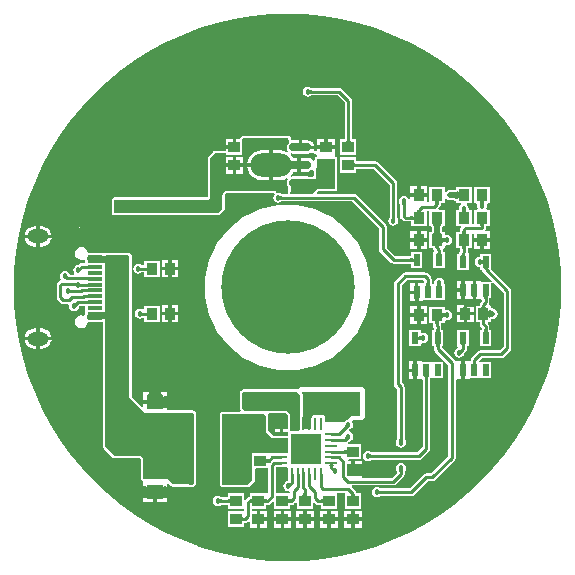
<source format=gbr>
G04 Layer_Physical_Order=2*
G04 Layer_Color=16711680*
%FSLAX25Y25*%
%MOIN*%
%TF.FileFunction,Copper,L2,Bot,Signal*%
%TF.Part,Single*%
G01*
G75*
%TA.AperFunction,SMDPad*%
%ADD10R,0.03661X0.03858*%
%ADD11C,0.01000*%
%ADD12C,0.02000*%
%TA.AperFunction,ViaPad*%
%ADD13O,0.07874X0.04724*%
%TA.AperFunction,ViaPad*%
%ADD14O,0.07087X0.04724*%
%TA.AperFunction,ViaPad*%
%ADD15R,0.00394X0.00394*%
%TA.AperFunction,ConnectorPad*%
%ADD16C,0.44488*%
%TA.AperFunction,ViaPad*%
%ADD17C,0.01800*%
%TA.AperFunction,SMDPad*%
%ADD18R,0.05118X0.01181*%
%TA.AperFunction,SMDPad*%
%ADD19R,0.03858X0.03661*%
%TA.AperFunction,SMDPad*%
%ADD20R,0.02362X0.03937*%
%TA.AperFunction,SMDPad*%
%ADD21O,0.13780X0.07874*%
%TA.AperFunction,SMDPad*%
%ADD22O,0.08268X0.02756*%
%TA.AperFunction,SMDPad*%
%ADD23O,0.07480X0.02756*%
%TA.AperFunction,SMDPad*%
%ADD24R,0.05787X0.04567*%
%TA.AperFunction,SMDPad*%
%ADD25R,0.04921X0.22402*%
%TA.AperFunction,SMDPad*%
%ADD26O,0.04528X0.00984*%
%TA.AperFunction,SMDPad*%
%ADD27O,0.00984X0.04528*%
%TA.AperFunction,SMDPad*%
%ADD28R,0.09843X0.09843*%
%ADD29C,0.03500*%
G36*
X399670Y484774D02*
X405614Y484189D01*
X411506Y483216D01*
X417323Y481859D01*
X423038Y480126D01*
X428628Y478022D01*
X434068Y475557D01*
X439335Y472742D01*
X444407Y469588D01*
X449262Y466109D01*
X453878Y462320D01*
X458237Y458237D01*
X462320Y453878D01*
X466109Y449262D01*
X469588Y444407D01*
X472742Y439335D01*
X475557Y434068D01*
X478022Y428628D01*
X480126Y423038D01*
X481859Y417323D01*
X483216Y411506D01*
X484189Y405614D01*
X484774Y399670D01*
X484969Y393701D01*
X484774Y387732D01*
X484189Y381788D01*
X483216Y375895D01*
X481859Y370079D01*
X480126Y364364D01*
X478022Y358774D01*
X475557Y353334D01*
X472742Y348066D01*
X469588Y342995D01*
X466109Y338140D01*
X462320Y333523D01*
X458237Y329164D01*
X453878Y325081D01*
X449262Y321293D01*
X444407Y317814D01*
X439335Y314660D01*
X434068Y311844D01*
X428628Y309380D01*
X423038Y307276D01*
X422000Y306961D01*
X417323Y305542D01*
X411506Y304186D01*
X405614Y303213D01*
X399670Y302628D01*
X393701Y302432D01*
X387732Y302628D01*
X381788Y303213D01*
X375895Y304186D01*
X370079Y305542D01*
X364364Y307276D01*
X363768Y307500D01*
X358774Y309380D01*
X353334Y311844D01*
X348066Y314660D01*
X342995Y317814D01*
X341562Y318841D01*
D01*
X338140Y321293D01*
X333523Y325081D01*
X329164Y329164D01*
X325081Y333523D01*
X321293Y338140D01*
X317814Y342995D01*
X314660Y348066D01*
X311844Y353334D01*
X309380Y358774D01*
X307276Y364364D01*
X305542Y370079D01*
X304186Y375895D01*
X303213Y381788D01*
X302628Y387732D01*
X302432Y393701D01*
X302628Y399670D01*
X303213Y405614D01*
X304186Y411506D01*
X305542Y417323D01*
X307276Y423038D01*
X309380Y428628D01*
X311844Y434068D01*
X314660Y439335D01*
X317814Y444407D01*
X321293Y449262D01*
X325081Y453878D01*
X329164Y458237D01*
X333523Y462320D01*
X338140Y466109D01*
X342995Y469588D01*
X348066Y472742D01*
X353334Y475557D01*
X358774Y478022D01*
X364364Y480126D01*
X370079Y481859D01*
X375895Y483216D01*
X381788Y484189D01*
X387732Y484774D01*
X393701Y484969D01*
X399670Y484774D01*
D02*
G37*
%LPC*%
G36*
X439500Y398775D02*
X433000D01*
X432512Y398677D01*
X432099Y398401D01*
X429599Y395901D01*
X429322Y395488D01*
X429225Y395000D01*
Y361500D01*
X429322Y361012D01*
X429599Y360599D01*
X430226Y359972D01*
Y343087D01*
X430223Y343058D01*
X429946Y342644D01*
X429818Y342000D01*
X429946Y341356D01*
X430310Y340810D01*
X430856Y340446D01*
X431500Y340318D01*
X432144Y340446D01*
X432690Y340810D01*
X433054Y341356D01*
X433182Y342000D01*
X433054Y342644D01*
X432779Y343057D01*
X432774Y343108D01*
Y360500D01*
X432678Y360988D01*
X432401Y361401D01*
X431775Y362028D01*
Y394472D01*
X433528Y396226D01*
X438972D01*
X439225Y395972D01*
Y395437D01*
X438941Y395055D01*
X437360D01*
Y392087D01*
Y390130D01*
X437760D01*
X437665Y390120D01*
X437580Y390090D01*
X437505Y390040D01*
X437440Y389970D01*
X437385Y389880D01*
X437360Y389819D01*
Y389118D01*
X438941D01*
Y389368D01*
X446171D01*
Y394805D01*
X446171D01*
X445901Y395134D01*
X445923Y395240D01*
X445794Y395884D01*
X445430Y396430D01*
X444884Y396794D01*
X444240Y396922D01*
X443596Y396794D01*
X443051Y396430D01*
X442686Y395884D01*
X442558Y395240D01*
X442565Y395202D01*
X442256Y394826D01*
X441775Y394828D01*
X441775Y394829D01*
Y396500D01*
X441678Y396988D01*
X441401Y397401D01*
X440401Y398401D01*
X439988Y398677D01*
X439500Y398775D01*
D02*
G37*
G36*
X436160Y391487D02*
X434579D01*
Y389118D01*
X436160D01*
Y389819D01*
X436135Y389880D01*
X436080Y389970D01*
X436015Y390040D01*
X435940Y390090D01*
X435855Y390120D01*
X435760Y390130D01*
X436160D01*
Y391487D01*
D02*
G37*
G36*
X455400Y395744D02*
X452860D01*
Y392776D01*
Y390819D01*
X453260D01*
X453165Y390809D01*
X453080Y390779D01*
X453005Y390729D01*
X452940Y390659D01*
X452885Y390569D01*
X452860Y390508D01*
Y389807D01*
X455400D01*
Y390508D01*
X455375Y390569D01*
X455320Y390659D01*
X455255Y390729D01*
X455180Y390779D01*
X455095Y390809D01*
X455000Y390819D01*
X455400D01*
Y392776D01*
Y395744D01*
D02*
G37*
G36*
X436160Y395055D02*
X434579D01*
Y392687D01*
X436160D01*
Y395055D01*
D02*
G37*
G36*
X451660Y392176D02*
X450079D01*
Y389807D01*
X451660D01*
Y390508D01*
X451635Y390569D01*
X451580Y390659D01*
X451515Y390729D01*
X451440Y390779D01*
X451355Y390809D01*
X451260Y390819D01*
X451660D01*
Y392176D01*
D02*
G37*
G36*
X351049Y387679D02*
X345888D01*
Y386619D01*
X345388Y386391D01*
X345144Y386554D01*
X344500Y386682D01*
X343856Y386554D01*
X343310Y386190D01*
X342946Y385644D01*
X342818Y385000D01*
X342946Y384356D01*
X343310Y383810D01*
X343856Y383446D01*
X344500Y383318D01*
X345144Y383446D01*
X345388Y383609D01*
X345888Y383381D01*
Y382321D01*
X351049D01*
Y387679D01*
D02*
G37*
G36*
X353931Y387929D02*
X351701D01*
Y385600D01*
X353931D01*
Y387929D01*
D02*
G37*
G36*
X440299Y387429D02*
X438068D01*
Y386720D01*
X438094Y386658D01*
X438148Y386567D01*
X438213Y386496D01*
X438288Y386446D01*
X438374Y386415D01*
X438469Y386405D01*
X438068D01*
Y385100D01*
X440299D01*
Y387429D01*
D02*
G37*
G36*
X357362Y387929D02*
X355132D01*
Y385600D01*
X357362D01*
Y387929D01*
D02*
G37*
G36*
X455799D02*
X453569D01*
Y387220D01*
X453593Y387158D01*
X453649Y387067D01*
X453714Y386996D01*
X453789Y386946D01*
X453873Y386915D01*
X453968Y386905D01*
X453569D01*
Y385600D01*
X455799D01*
Y387929D01*
D02*
G37*
G36*
X452368D02*
X450138D01*
Y385600D01*
X452368D01*
Y386905D01*
X451968D01*
X452064Y386915D01*
X452148Y386946D01*
X452223Y386996D01*
X452288Y387067D01*
X452344Y387158D01*
X452368Y387220D01*
Y387929D01*
D02*
G37*
G36*
X351049Y402679D02*
X345888D01*
Y401274D01*
X345062D01*
X344644Y401554D01*
X344000Y401682D01*
X343356Y401554D01*
X342810Y401190D01*
X342446Y400644D01*
X342318Y400000D01*
X342446Y399356D01*
X342810Y398810D01*
X343356Y398446D01*
X344000Y398318D01*
X344644Y398446D01*
X345062Y398726D01*
X345888D01*
Y397321D01*
X351049D01*
Y402679D01*
D02*
G37*
G36*
X357362Y402929D02*
X355132D01*
Y400600D01*
X357362D01*
Y402929D01*
D02*
G37*
G36*
X348900Y324896D02*
X346618D01*
Y323225D01*
X346583Y323324D01*
X346478Y323412D01*
X346303Y323491D01*
X346058Y323558D01*
X345743Y323616D01*
X345606Y323632D01*
Y322213D01*
X348900D01*
Y324896D01*
D02*
G37*
G36*
X436868Y408900D02*
X434638D01*
Y406571D01*
X436868D01*
Y408900D01*
D02*
G37*
G36*
X352382Y324896D02*
X350100D01*
Y322213D01*
X353394D01*
Y323624D01*
X353257Y323616D01*
X352942Y323558D01*
X352697Y323491D01*
X352522Y323412D01*
X352417Y323324D01*
X352382Y323225D01*
Y324896D01*
D02*
G37*
G36*
X353931Y402929D02*
X351701D01*
Y400600D01*
X353931D01*
Y402929D01*
D02*
G37*
G36*
X461671Y404943D02*
X457809D01*
Y403934D01*
X457776Y403907D01*
X457132Y403779D01*
X456586Y403414D01*
X456221Y402868D01*
X456093Y402224D01*
X456221Y401581D01*
X456586Y401035D01*
X457132Y400670D01*
X457776Y400542D01*
X457809Y400515D01*
Y399506D01*
X458516D01*
X458563Y399272D01*
X458839Y398859D01*
X461726Y395971D01*
X461496Y395494D01*
X461244Y395494D01*
X458181D01*
Y395744D01*
X456600D01*
Y392776D01*
Y390819D01*
X457000D01*
X456905Y390809D01*
X456820Y390779D01*
X456745Y390729D01*
X456680Y390659D01*
X456625Y390569D01*
X456600Y390508D01*
Y389807D01*
X458181D01*
X458466Y389425D01*
Y389268D01*
X458130Y388933D01*
X457854Y388519D01*
X457757Y388032D01*
Y387703D01*
X457755Y387679D01*
X456451D01*
Y382321D01*
X457755D01*
X457757Y382294D01*
Y381469D01*
X457854Y380981D01*
X458130Y380567D01*
X458466Y380232D01*
Y379656D01*
X458464Y379632D01*
X457809D01*
Y374195D01*
X461671D01*
Y379632D01*
X461017D01*
X461015Y379656D01*
Y380760D01*
X460918Y381248D01*
X460641Y381661D01*
X460482Y381821D01*
X460689Y382321D01*
X460796D01*
X460800Y382320D01*
X460808Y382321D01*
X460837D01*
X460850Y382318D01*
X460864Y382321D01*
X461612D01*
Y383029D01*
X461613Y383032D01*
X461621Y383149D01*
X461627Y383177D01*
X461664Y383193D01*
X461738Y383212D01*
X461761Y383216D01*
X462000D01*
X462683Y383351D01*
X463262Y383738D01*
X463649Y384317D01*
X463784Y385000D01*
X463649Y385683D01*
X463262Y386262D01*
X462683Y386649D01*
X462000Y386784D01*
X461761D01*
X461738Y386788D01*
X461664Y386807D01*
X461627Y386823D01*
X461621Y386851D01*
X461613Y386967D01*
X461612Y386971D01*
Y387679D01*
X461136D01*
X460869Y388179D01*
X460918Y388252D01*
X461015Y388740D01*
Y390030D01*
X461017Y390057D01*
X461671D01*
Y395031D01*
X461671Y395319D01*
X462149Y395549D01*
X465726Y391972D01*
Y374028D01*
X464472Y372775D01*
X458000D01*
X457512Y372677D01*
X457099Y372401D01*
X455099Y370401D01*
X454822Y369988D01*
X454726Y369500D01*
Y369437D01*
X454441Y369055D01*
X452860D01*
Y366087D01*
Y363118D01*
X454441D01*
Y363368D01*
X461671D01*
Y368805D01*
X457815D01*
X457608Y369305D01*
X458528Y370226D01*
X465000D01*
X465488Y370322D01*
X465901Y370599D01*
X467901Y372599D01*
X468178Y373012D01*
X468274Y373500D01*
Y392500D01*
X468178Y392988D01*
X467901Y393401D01*
X461671Y399631D01*
Y404943D01*
D02*
G37*
G36*
X451660Y395744D02*
X450079D01*
Y393376D01*
X451660D01*
Y395744D01*
D02*
G37*
G36*
X353931Y399400D02*
X351701D01*
Y397071D01*
X353931D01*
Y399400D01*
D02*
G37*
G36*
X324941Y407248D02*
X324113Y407084D01*
X324111Y407083D01*
X323407Y406613D01*
X322937Y405909D01*
X322881Y405632D01*
X322855Y405500D01*
X322771Y405079D01*
X322937Y404249D01*
X323407Y403545D01*
X324111Y403074D01*
X324941Y402909D01*
X325749Y403070D01*
X325835Y403070D01*
D01*
X326006Y403008D01*
X326097Y402964D01*
X326142Y402943D01*
X326237Y402868D01*
X326270Y402843D01*
X326277Y402806D01*
Y401865D01*
X325091D01*
X324603Y401768D01*
X324190Y401492D01*
X323850Y401153D01*
X323356Y401054D01*
X322810Y400690D01*
X322446Y400144D01*
X322318Y399500D01*
X322446Y398856D01*
X322667Y398524D01*
X322407Y398025D01*
X321078D01*
X321054Y398144D01*
X320690Y398690D01*
X320144Y399054D01*
X319500Y399182D01*
X318856Y399054D01*
X318310Y398690D01*
X317946Y398144D01*
X317818Y397500D01*
X317946Y396856D01*
X318053Y396695D01*
X318012Y396178D01*
X317599Y395901D01*
X317099Y395401D01*
X316823Y394988D01*
X316725Y394500D01*
Y390500D01*
X316823Y390012D01*
X317099Y389599D01*
X318099Y388599D01*
X318512Y388322D01*
X319000Y388226D01*
X320452D01*
X320863Y387725D01*
X320818Y387500D01*
X320946Y386856D01*
X321310Y386310D01*
X321856Y385946D01*
X322500Y385818D01*
X323144Y385946D01*
X323690Y386310D01*
X324054Y386856D01*
X324152Y387350D01*
X324278Y387475D01*
X326278D01*
Y386183D01*
X326278D01*
Y384595D01*
X326271Y384558D01*
X326142Y384458D01*
X326022Y384400D01*
X326002Y384390D01*
X325842Y384332D01*
D01*
D01*
X325839Y384332D01*
X325749Y384332D01*
X324941Y384492D01*
X324111Y384327D01*
X323407Y383857D01*
X322937Y383153D01*
X322771Y382323D01*
X322937Y381492D01*
X323407Y380789D01*
X324111Y380318D01*
X324113Y380318D01*
D01*
X324941Y380153D01*
X325771Y380318D01*
X326475Y380789D01*
X326945Y381492D01*
X327110Y382321D01*
X332235D01*
Y374143D01*
Y373000D01*
Y340575D01*
X332250Y340501D01*
X332250Y340426D01*
X332264Y340356D01*
X332293Y340287D01*
X332294Y340283D01*
X332296Y340279D01*
X332346Y340158D01*
X332347Y340154D01*
X332349Y340150D01*
X332378Y340081D01*
X332417Y340022D01*
X332471Y339969D01*
X332512Y339906D01*
X335406Y337013D01*
X335469Y336971D01*
X335522Y336917D01*
X335581Y336878D01*
X335650Y336849D01*
X335654Y336847D01*
X335658Y336846D01*
X335779Y336796D01*
X335783Y336793D01*
X335787Y336793D01*
X335857Y336764D01*
X335926Y336750D01*
X336001D01*
X336075Y336735D01*
X344254D01*
X344735Y336683D01*
Y330075D01*
X344750Y330001D01*
Y329926D01*
X344762Y329863D01*
X344791Y329794D01*
X344794Y329783D01*
X344800Y329773D01*
X344817Y329731D01*
X344877Y329588D01*
X344877Y329588D01*
X344877Y329588D01*
X345088Y329377D01*
X345088Y329377D01*
X345088Y329377D01*
X345197Y329331D01*
X345273Y329300D01*
X345283Y329293D01*
X345294Y329291D01*
X345363Y329262D01*
X345426Y329250D01*
X345501D01*
X345524Y329245D01*
X345605Y328785D01*
D01*
D01*
X345606Y328771D01*
X345606Y328735D01*
Y327368D01*
X345743Y327376D01*
X346058Y327434D01*
X346303Y327502D01*
X346478Y327580D01*
X346583Y327668D01*
X346618Y327767D01*
Y326096D01*
X352382D01*
Y327767D01*
X352417Y327668D01*
X352522Y327580D01*
X352697Y327502D01*
X352942Y327434D01*
X353257Y327376D01*
X353394Y327360D01*
Y328318D01*
X353894Y328525D01*
X354906Y327513D01*
X354969Y327471D01*
X355022Y327417D01*
X355034Y327409D01*
X355104Y327380D01*
X355154Y327347D01*
X355154D01*
X355166Y327339D01*
X355240Y327324D01*
X355310Y327295D01*
X355385Y327295D01*
X355459Y327280D01*
X360929D01*
X361081Y327250D01*
X361157D01*
X361230Y327235D01*
X361925D01*
X361999Y327250D01*
X362074D01*
X362143Y327264D01*
X362213Y327293D01*
X362217Y327293D01*
X362221Y327296D01*
X362342Y327346D01*
X362346Y327347D01*
X362350Y327349D01*
X362419Y327378D01*
X362478Y327417D01*
X362531Y327471D01*
X362594Y327513D01*
X363041Y327959D01*
X363207Y328207D01*
X363265Y328500D01*
Y340000D01*
Y351308D01*
Y351500D01*
X363207Y351793D01*
X363041Y352041D01*
X362594Y352487D01*
X362531Y352529D01*
X362478Y352583D01*
X362419Y352622D01*
X362350Y352651D01*
X362346Y352653D01*
X362342Y352654D01*
X362221Y352704D01*
X362217Y352707D01*
X362213Y352707D01*
X362143Y352736D01*
X362074Y352750D01*
X361999D01*
X361925Y352765D01*
X353394D01*
Y353632D01*
X353257Y353624D01*
X352942Y353566D01*
X352697Y353498D01*
X352522Y353420D01*
X352417Y353332D01*
X352382Y353233D01*
Y354904D01*
X345606D01*
Y354128D01*
X345144Y353937D01*
X341765Y357317D01*
Y384000D01*
Y404271D01*
X341746Y404364D01*
X341741Y404458D01*
X341729Y404484D01*
X341725Y404513D01*
X341712Y404537D01*
X341706Y404564D01*
X341654Y404642D01*
X341614Y404728D01*
X341592Y404747D01*
X341578Y404772D01*
X341556Y404789D01*
X341541Y404812D01*
X341462Y404865D01*
X341392Y404928D01*
X340991Y405167D01*
X340869Y405211D01*
X340749Y405261D01*
X340687Y405273D01*
X340687D01*
X340687Y405273D01*
X340575Y405273D01*
X340519Y405284D01*
X340464Y405273D01*
X340389Y405273D01*
X340389Y405273D01*
X340389D01*
X340370Y405269D01*
X340359Y405265D01*
X334265D01*
D01*
X333469D01*
X333176Y405206D01*
X332895Y405081D01*
X327110D01*
X326945Y405909D01*
X326475Y406613D01*
X325771Y407083D01*
X324941Y407248D01*
D02*
G37*
G36*
X357362Y399400D02*
X355132D01*
Y397071D01*
X357362D01*
Y399400D01*
D02*
G37*
G36*
X309971Y376093D02*
X306077D01*
X306114Y375815D01*
X306453Y374997D01*
X306992Y374295D01*
X307694Y373756D01*
X308512Y373417D01*
X309390Y373302D01*
X309971D01*
Y376093D01*
D02*
G37*
G36*
X454191Y379632D02*
X450329D01*
Y374195D01*
X450329D01*
X450494Y373695D01*
X450411Y373565D01*
X450356Y373554D01*
X449810Y373190D01*
X449446Y372644D01*
X449318Y372000D01*
X449446Y371356D01*
X449810Y370810D01*
X450356Y370446D01*
X451000Y370318D01*
X451644Y370446D01*
X452190Y370810D01*
X452554Y371356D01*
X452651Y371843D01*
X452685Y371882D01*
X453161Y372359D01*
X453437Y372772D01*
X453534Y373260D01*
Y374168D01*
X453537Y374195D01*
X454191D01*
Y379632D01*
D02*
G37*
G36*
X315064Y376093D02*
X311171D01*
Y373302D01*
X311752D01*
X312630Y373417D01*
X313447Y373756D01*
X314150Y374295D01*
X314689Y374997D01*
X315027Y375815D01*
X315064Y376093D01*
D02*
G37*
G36*
X309971Y380084D02*
X309390D01*
X308512Y379968D01*
X307694Y379630D01*
X306992Y379091D01*
X306453Y378388D01*
X306114Y377571D01*
X306077Y377293D01*
X309971D01*
Y380084D01*
D02*
G37*
G36*
X438191Y379632D02*
X434329D01*
Y374195D01*
X438191D01*
Y374865D01*
X438691Y375275D01*
X438913Y375231D01*
X439557Y375359D01*
X440103Y375724D01*
X440468Y376270D01*
X440596Y376913D01*
X440468Y377557D01*
X440103Y378103D01*
X439557Y378468D01*
X438913Y378596D01*
X438691Y378552D01*
X438191Y378962D01*
Y379632D01*
D02*
G37*
G36*
X435660Y369055D02*
X434079D01*
Y366687D01*
X435660D01*
Y369055D01*
D02*
G37*
G36*
X418000Y360529D02*
X398731D01*
X398146Y360413D01*
X397650Y360082D01*
X397650Y360081D01*
X397366Y359657D01*
X397293Y359706D01*
X397000Y359765D01*
X379000D01*
X379000Y359765D01*
X378707Y359706D01*
X378459Y359541D01*
X378139Y359221D01*
X377959Y359041D01*
X377794Y358793D01*
X377735Y358500D01*
Y353500D01*
X377794Y353207D01*
X377959Y352959D01*
X377959Y352959D01*
X378192Y352727D01*
X378001Y352265D01*
X372000D01*
X371707Y352206D01*
X371459Y352041D01*
X371293Y351793D01*
X371235Y351500D01*
Y351308D01*
Y328000D01*
X371293Y327707D01*
X371459Y327459D01*
X371707Y327293D01*
X372000Y327235D01*
X380500D01*
X380500Y327235D01*
X380793Y327293D01*
X381041Y327459D01*
X381541Y327959D01*
X381541Y327959D01*
X382541Y328959D01*
X382706Y329207D01*
X382765Y329500D01*
Y333034D01*
D01*
X383118Y333388D01*
X387179D01*
X387226Y332907D01*
D01*
Y324950D01*
X387179Y324919D01*
X386679Y325112D01*
Y325112D01*
X381321D01*
Y323808D01*
X381297Y323806D01*
X381031D01*
X380544Y323709D01*
X380130Y323433D01*
X379679Y322982D01*
X379364Y323053D01*
X379179Y323173D01*
Y325112D01*
X373821D01*
Y323808D01*
X373794Y323806D01*
X371618D01*
X371590Y323809D01*
X371175Y324086D01*
X370532Y324214D01*
X369888Y324086D01*
X369342Y323721D01*
X368977Y323175D01*
X368849Y322532D01*
X368977Y321888D01*
X369342Y321342D01*
X369888Y320977D01*
X370532Y320849D01*
X371175Y320977D01*
X371588Y321253D01*
X371640Y321257D01*
X373794D01*
X373821Y321255D01*
Y319951D01*
X379110D01*
Y319951D01*
X379110D01*
X379208Y319500D01*
D01*
Y319500D01*
X379110Y319049D01*
X373821D01*
Y313888D01*
X379179D01*
Y315192D01*
X379203Y315194D01*
X379468D01*
X379956Y315291D01*
X380370Y315567D01*
X380609Y315807D01*
X381071Y315615D01*
Y313638D01*
X383400D01*
Y316469D01*
Y319299D01*
X381774D01*
Y319951D01*
X386679D01*
Y321255D01*
X386706Y321257D01*
X387032D01*
X387519Y321354D01*
X387933Y321630D01*
X388859Y322556D01*
X389321Y322365D01*
Y320000D01*
Y319951D01*
X394679D01*
Y320000D01*
Y321255D01*
X394706Y321257D01*
X395031D01*
X395519Y321354D01*
X395933Y321630D01*
X396359Y322057D01*
X396821Y321865D01*
Y320000D01*
Y319951D01*
X402179D01*
Y320000D01*
Y321865D01*
X402641Y322057D01*
X403067Y321630D01*
X403481Y321354D01*
X403968Y321257D01*
X404797D01*
X404821Y321255D01*
Y320000D01*
Y319951D01*
X410179D01*
Y320000D01*
D01*
Y325112D01*
X410632Y325225D01*
X412368D01*
X412821Y325112D01*
Y320000D01*
Y319951D01*
X418179D01*
Y325112D01*
X416752D01*
X416678Y325488D01*
X416401Y325901D01*
X415077Y327225D01*
X415284Y327726D01*
X429000D01*
X429488Y327822D01*
X429901Y328099D01*
X432401Y330599D01*
X432678Y331012D01*
X432774Y331500D01*
Y332414D01*
X432777Y332442D01*
X433054Y332856D01*
X433182Y333500D01*
X433054Y334144D01*
X432690Y334690D01*
X432144Y335054D01*
X431500Y335182D01*
X430856Y335054D01*
X430310Y334690D01*
X429946Y334144D01*
X429818Y333500D01*
X429946Y332856D01*
X430222Y332443D01*
X430226Y332392D01*
Y332028D01*
X428472Y330275D01*
X418429D01*
Y331000D01*
X413595D01*
Y335000D01*
X414900D01*
Y335799D01*
X414039D01*
X413956Y335951D01*
X414253Y336451D01*
X418179D01*
Y341612D01*
X414096D01*
X413957Y341865D01*
X413915Y342112D01*
X414133Y342331D01*
X414155Y342348D01*
X414644Y342446D01*
X415190Y342810D01*
X415554Y343356D01*
X415682Y344000D01*
X415554Y344644D01*
X415190Y345190D01*
X414644Y345554D01*
X414425Y345598D01*
X414194Y346128D01*
X414355Y346388D01*
X414644Y346446D01*
X415190Y346810D01*
X415554Y347356D01*
X415682Y348000D01*
X415554Y348644D01*
X415336Y348971D01*
X415600Y349471D01*
X418000D01*
X418585Y349587D01*
X419081Y349919D01*
X419413Y350415D01*
X419529Y351000D01*
Y352000D01*
Y359000D01*
X419413Y359585D01*
X419081Y360081D01*
X418585Y360413D01*
X418000Y360529D01*
D02*
G37*
G36*
X353394Y358787D02*
X351497D01*
X351533Y358650D01*
X351657Y358335D01*
X351804Y358090D01*
X351974Y357915D01*
X352167Y357810D01*
X352382Y357775D01*
X350100D01*
Y356104D01*
X352382D01*
Y357775D01*
X352417Y357676D01*
X352522Y357588D01*
X352697Y357509D01*
X352942Y357442D01*
X353257Y357384D01*
X353394Y357368D01*
Y358787D01*
D02*
G37*
G36*
X435660Y365487D02*
X434079D01*
Y363118D01*
X435660D01*
Y365487D01*
D02*
G37*
G36*
X393701Y421339D02*
X390606Y421166D01*
X387551Y420646D01*
X384572Y419788D01*
X381709Y418602D01*
X378996Y417103D01*
X376468Y415309D01*
X374157Y413244D01*
X372092Y410933D01*
X370299Y408405D01*
X368799Y405693D01*
X367613Y402829D01*
X366755Y399851D01*
X366236Y396795D01*
X366062Y393701D01*
X366236Y390606D01*
X366755Y387551D01*
X367613Y384572D01*
X368799Y381709D01*
X370299Y378996D01*
X372092Y376468D01*
X374157Y374157D01*
X376468Y372092D01*
X378996Y370299D01*
X381709Y368799D01*
X384572Y367613D01*
X384965Y367500D01*
X387551Y366755D01*
X387551D01*
X390606Y366236D01*
X393701Y366062D01*
X395394Y366157D01*
X396795Y366236D01*
X397098Y366287D01*
X399851Y366755D01*
X402829Y367613D01*
X405693Y368799D01*
X408405Y370299D01*
X410933Y372092D01*
X413244Y374157D01*
X415309Y376468D01*
X417103Y378996D01*
X417155Y379091D01*
X418602Y381709D01*
X419788Y384572D01*
X420646Y387551D01*
X421166Y390606D01*
X421339Y393701D01*
X421166Y396795D01*
X420646Y399851D01*
X419788Y402829D01*
X418602Y405693D01*
X417103Y408405D01*
X415309Y410933D01*
X413244Y413244D01*
X410933Y415309D01*
X408405Y417103D01*
X405693Y418602D01*
X402829Y419788D01*
X399851Y420646D01*
X396795Y421166D01*
X393701Y421339D01*
D02*
G37*
G36*
X347503Y358787D02*
X345606D01*
Y356104D01*
X348900D01*
Y357775D01*
X346618D01*
X346833Y357810D01*
X347026Y357915D01*
X347196Y358090D01*
X347343Y358335D01*
X347467Y358650D01*
X347503Y358787D01*
D02*
G37*
G36*
X455799Y384400D02*
X453569D01*
Y383083D01*
X453968D01*
X453873Y383073D01*
X453789Y383043D01*
X453714Y382993D01*
X453649Y382923D01*
X453593Y382833D01*
X453569Y382772D01*
Y382212D01*
X453574Y382204D01*
X453598Y382174D01*
X453569D01*
Y382071D01*
X455799D01*
Y384400D01*
D02*
G37*
G36*
X452368D02*
X450138D01*
Y382071D01*
X452368D01*
Y382174D01*
X452339D01*
X452363Y382204D01*
X452368Y382212D01*
Y382772D01*
X452344Y382833D01*
X452288Y382923D01*
X452223Y382993D01*
X452148Y383043D01*
X452064Y383073D01*
X451968Y383083D01*
X452368D01*
Y384400D01*
D02*
G37*
G36*
X446112Y387179D02*
X440951D01*
Y381821D01*
X442255D01*
X442257Y381794D01*
Y380968D01*
X442354Y380481D01*
X442466Y380314D01*
Y379656D01*
X442464Y379632D01*
X441809D01*
Y374195D01*
X442463D01*
X442466Y374168D01*
Y373260D01*
X442563Y372772D01*
X442839Y372359D01*
X447226Y367972D01*
Y337528D01*
X441472Y331774D01*
X440000D01*
X439512Y331678D01*
X439099Y331401D01*
X434472Y326775D01*
X424586D01*
X424558Y326777D01*
X424144Y327054D01*
X423500Y327182D01*
X422856Y327054D01*
X422310Y326690D01*
X421946Y326144D01*
X421818Y325500D01*
X421946Y324856D01*
X422310Y324310D01*
X422856Y323946D01*
X423500Y323818D01*
X424144Y323946D01*
X424556Y324221D01*
X424608Y324225D01*
X435000D01*
X435488Y324323D01*
X435901Y324599D01*
X440528Y329225D01*
X442000D01*
X442488Y329323D01*
X442901Y329599D01*
X449401Y336099D01*
X449678Y336512D01*
X449775Y337000D01*
Y362744D01*
X450079Y363118D01*
X450275Y363118D01*
X451660D01*
Y366087D01*
Y369055D01*
X450174D01*
X450079Y369055D01*
X449599Y369105D01*
X449401Y369401D01*
X445108Y373695D01*
X445239Y374195D01*
X445671D01*
Y379632D01*
X445017D01*
X445015Y379656D01*
Y380760D01*
X444918Y381248D01*
X444869Y381321D01*
X445029Y381821D01*
X446112D01*
Y382553D01*
X446612Y382895D01*
X447000Y382818D01*
X447644Y382946D01*
X448190Y383310D01*
X448554Y383856D01*
X448682Y384500D01*
X448554Y385144D01*
X448190Y385690D01*
X447644Y386054D01*
X447000Y386182D01*
X446612Y386105D01*
X446112Y386447D01*
Y387179D01*
D02*
G37*
G36*
X436868Y387429D02*
X434638D01*
Y385100D01*
X436868D01*
Y386405D01*
X436469D01*
X436563Y386415D01*
X436649Y386446D01*
X436724Y386496D01*
X436789Y386567D01*
X436843Y386658D01*
X436868Y386720D01*
Y387429D01*
D02*
G37*
G36*
X418429Y335799D02*
X416100D01*
Y335000D01*
X418429D01*
Y335799D01*
D02*
G37*
G36*
X357362Y384400D02*
X355132D01*
Y382071D01*
X357362D01*
Y384400D01*
D02*
G37*
G36*
X438441Y369055D02*
X436860D01*
Y366087D01*
Y363118D01*
X438441D01*
X438726Y362736D01*
Y340528D01*
X436972Y338774D01*
X421587D01*
X421558Y338777D01*
X421144Y339054D01*
X420500Y339182D01*
X419856Y339054D01*
X419310Y338690D01*
X418946Y338144D01*
X418818Y337500D01*
X418946Y336856D01*
X419310Y336310D01*
X419856Y335946D01*
X420500Y335818D01*
X421144Y335946D01*
X421557Y336222D01*
X421608Y336226D01*
X437500D01*
X437988Y336322D01*
X438401Y336599D01*
X440901Y339099D01*
X441178Y339512D01*
X441274Y340000D01*
Y363341D01*
X441277Y363368D01*
X445671D01*
Y368805D01*
X438441D01*
Y369055D01*
D02*
G37*
G36*
X311752Y380084D02*
X311171D01*
Y377293D01*
X315064D01*
X315027Y377571D01*
X314689Y378388D01*
X314150Y379091D01*
X313447Y379630D01*
X312630Y379968D01*
X311752Y380084D01*
D02*
G37*
G36*
X436868Y383900D02*
X434638D01*
Y381571D01*
X436868D01*
Y383900D01*
D02*
G37*
G36*
X353931Y384400D02*
X351701D01*
Y382071D01*
X353931D01*
Y384400D01*
D02*
G37*
G36*
X440299Y383900D02*
X438068D01*
Y381571D01*
X440299D01*
Y383900D01*
D02*
G37*
G36*
Y408900D02*
X438068D01*
Y406571D01*
X440299D01*
Y408900D01*
D02*
G37*
G36*
X450650Y427182D02*
X450636Y427179D01*
X449888D01*
Y426484D01*
X449885Y426457D01*
X449827Y426425D01*
X449703Y426378D01*
X449520Y426333D01*
X449281Y426297D01*
X449128Y426284D01*
X448000D01*
X447317Y426149D01*
X446738Y425762D01*
X446612Y425573D01*
X446112Y425725D01*
Y427179D01*
X440951D01*
Y422326D01*
X440451Y422085D01*
X440299Y422207D01*
Y423900D01*
X434638D01*
Y423159D01*
X434414Y422751D01*
X434414Y422751D01*
Y422751D01*
X434138Y422724D01*
X434131Y422757D01*
X434054Y423144D01*
X433690Y423690D01*
X433144Y424054D01*
X432500Y424182D01*
X431856Y424054D01*
X431310Y423690D01*
X430946Y423144D01*
X430818Y422500D01*
X430946Y421856D01*
X431221Y421444D01*
X431225Y421392D01*
Y417502D01*
X431322Y417014D01*
X431599Y416600D01*
X432100Y416099D01*
X432514Y415823D01*
X433002Y415726D01*
X434864D01*
X434888Y415723D01*
Y414321D01*
X440049D01*
Y419226D01*
X440951D01*
Y415096D01*
X440948Y415083D01*
X440951Y415069D01*
Y414321D01*
X441603D01*
X441619Y414289D01*
X441663Y414158D01*
X441702Y413981D01*
X441747Y413535D01*
Y412907D01*
X441738Y412777D01*
X441704Y412531D01*
X441663Y412341D01*
X441619Y412211D01*
X441603Y412179D01*
X440951D01*
Y411431D01*
X440948Y411417D01*
X440951Y411404D01*
Y406821D01*
X442286D01*
X442354Y406481D01*
X442587Y406132D01*
X442522Y405894D01*
X442359Y405632D01*
X442309D01*
Y400195D01*
X446171D01*
Y405632D01*
X445517D01*
X445515Y405656D01*
Y406260D01*
X445503Y406321D01*
X445913Y406821D01*
X446112D01*
Y407553D01*
X446612Y407895D01*
X447000Y407818D01*
X447644Y407946D01*
X448190Y408310D01*
X448554Y408856D01*
X448682Y409500D01*
X448554Y410144D01*
X448190Y410690D01*
X447644Y411054D01*
X447000Y411182D01*
X446612Y411105D01*
X446204Y411349D01*
X446157Y411399D01*
X446112Y411477D01*
Y412179D01*
X445460D01*
X445444Y412211D01*
X445400Y412341D01*
X445361Y412519D01*
X445316Y412965D01*
Y413593D01*
X445325Y413724D01*
X445359Y413969D01*
X445400Y414158D01*
X445444Y414289D01*
X445460Y414321D01*
X446112D01*
Y415069D01*
X446115Y415083D01*
X446112Y415096D01*
Y419679D01*
X444135D01*
X443944Y420141D01*
X444433Y420630D01*
X444709Y421044D01*
X444806Y421531D01*
Y421797D01*
X444808Y421821D01*
X446112D01*
Y423275D01*
X446612Y423427D01*
X446738Y423238D01*
X447317Y422852D01*
X448000Y422716D01*
X449128D01*
X449281Y422703D01*
X449520Y422667D01*
X449703Y422622D01*
X449827Y422575D01*
X449885Y422543D01*
X449888Y422516D01*
Y421821D01*
X450636D01*
X450650Y421818D01*
X450663Y421821D01*
X451371D01*
X451522Y421321D01*
X451279Y421158D01*
X450914Y420612D01*
X450786Y419969D01*
X450549Y419679D01*
X449888D01*
Y414321D01*
X451380D01*
X451456Y414137D01*
X451535Y413821D01*
X451291Y413456D01*
X451194Y412968D01*
Y412206D01*
X451192Y412179D01*
X449888D01*
Y406821D01*
X451192D01*
X451194Y406797D01*
Y405915D01*
X451082Y405748D01*
X450985Y405260D01*
Y404967D01*
X450983Y404943D01*
X450329D01*
Y399506D01*
X454191D01*
Y404943D01*
X454148D01*
X453738Y405443D01*
X453743Y405469D01*
Y406797D01*
X453745Y406821D01*
X455049D01*
Y411692D01*
X455549Y411942D01*
X455701Y411827D01*
Y410100D01*
X461362D01*
Y412429D01*
X459900D01*
X459632Y412929D01*
X459709Y413044D01*
X459806Y413531D01*
Y414294D01*
X459808Y414321D01*
X461112D01*
Y419679D01*
X460214D01*
X459946Y420179D01*
X460086Y420388D01*
X460214Y421032D01*
X460156Y421321D01*
X460544Y421821D01*
X461112D01*
Y427179D01*
X455951D01*
Y421821D01*
X456519D01*
X456907Y421321D01*
X456849Y421032D01*
X456977Y420388D01*
X457117Y420179D01*
X456849Y419679D01*
X455951D01*
Y414806D01*
X455049D01*
Y419679D01*
X454388D01*
X454151Y419969D01*
X454023Y420612D01*
X453658Y421158D01*
X453414Y421321D01*
X453566Y421821D01*
X455049D01*
Y427179D01*
X450663D01*
X450650Y427182D01*
D02*
G37*
G36*
X440299Y427429D02*
X438068D01*
Y425100D01*
X440299D01*
Y427429D01*
D02*
G37*
G36*
X436868D02*
X434638D01*
Y425100D01*
X436868D01*
Y427429D01*
D02*
G37*
G36*
X410429Y315868D02*
X409728D01*
X409667Y315844D01*
X409577Y315789D01*
X409507Y315723D01*
X409457Y315649D01*
X409427Y315564D01*
X409417Y315469D01*
Y315868D01*
X408100D01*
Y313638D01*
X410429D01*
Y315868D01*
D02*
G37*
G36*
X414900D02*
X413595D01*
Y315469D01*
X413585Y315564D01*
X413554Y315649D01*
X413504Y315723D01*
X413433Y315789D01*
X413342Y315844D01*
X413280Y315868D01*
X412571D01*
Y313638D01*
X414900D01*
Y315868D01*
D02*
G37*
G36*
X386929Y319299D02*
X384600D01*
Y317069D01*
X386929D01*
Y319299D01*
D02*
G37*
G36*
X402429Y319299D02*
X400100D01*
Y317069D01*
X401417D01*
Y317469D01*
X401427Y317373D01*
X401457Y317288D01*
X401507Y317214D01*
X401577Y317148D01*
X401667Y317093D01*
X401728Y317069D01*
X402429D01*
Y319299D01*
D02*
G37*
G36*
X406900D02*
X404571D01*
Y317069D01*
X405280D01*
X405342Y317093D01*
X405433Y317148D01*
X405504Y317214D01*
X405554Y317288D01*
X405585Y317373D01*
X405595Y317469D01*
Y317069D01*
X406900D01*
Y319299D01*
D02*
G37*
G36*
X410429D02*
X408100D01*
Y317069D01*
X409417D01*
Y317469D01*
X409427Y317373D01*
X409457Y317288D01*
X409507Y317214D01*
X409577Y317148D01*
X409667Y317093D01*
X409728Y317069D01*
X410429D01*
Y319299D01*
D02*
G37*
G36*
X391400D02*
X389071D01*
Y317069D01*
X391400D01*
Y319299D01*
D02*
G37*
G36*
X394929D02*
X392600D01*
Y317069D01*
X393917D01*
Y317469D01*
X393927Y317373D01*
X393957Y317288D01*
X394007Y317214D01*
X394077Y317148D01*
X394167Y317093D01*
X394228Y317069D01*
X394929D01*
Y319299D01*
D02*
G37*
G36*
X398900D02*
X396571D01*
Y317069D01*
X397280D01*
X397342Y317093D01*
X397433Y317148D01*
X397504Y317214D01*
X397554Y317288D01*
X397585Y317373D01*
X397595Y317469D01*
Y317069D01*
X398900D01*
Y319299D01*
D02*
G37*
G36*
X406900Y315868D02*
X405595D01*
Y315469D01*
X405585Y315564D01*
X405554Y315649D01*
X405504Y315723D01*
X405433Y315789D01*
X405342Y315844D01*
X405280Y315868D01*
X404571D01*
Y313638D01*
X406900D01*
Y315868D01*
D02*
G37*
G36*
X405900Y443362D02*
X403571D01*
Y441131D01*
X405900D01*
Y443362D01*
D02*
G37*
G36*
X375400D02*
X373071D01*
Y441131D01*
X375400D01*
Y443362D01*
D02*
G37*
G36*
X400362Y442830D02*
X398600D01*
Y441006D01*
X402667D01*
X402602Y441333D01*
X402077Y442120D01*
X401290Y442646D01*
X400362Y442830D01*
D02*
G37*
G36*
X393925Y444265D02*
X379075D01*
X379001Y444250D01*
X378926D01*
X378856Y444236D01*
X378787Y444207D01*
X378713Y444193D01*
X378650Y444151D01*
X378581Y444122D01*
X378580Y444122D01*
X378533Y444090D01*
X378480Y444037D01*
X378465Y444027D01*
X378465Y444027D01*
X378455Y444012D01*
X378452Y444009D01*
X378365Y443937D01*
X378134Y443654D01*
X378117Y443622D01*
X378093Y443592D01*
X378074Y443557D01*
X378051Y443529D01*
X378034Y443497D01*
X378028Y443474D01*
X377979Y443401D01*
X377973Y443387D01*
X377968Y443362D01*
X376600D01*
Y440531D01*
X376000D01*
Y439931D01*
X373071D01*
Y439265D01*
X373071Y439265D01*
X369575D01*
X369501Y439250D01*
X369426Y439250D01*
X369356Y439236D01*
X369287Y439207D01*
X369283Y439207D01*
X369279Y439204D01*
X369158Y439154D01*
X369154Y439153D01*
X369150Y439151D01*
X369081Y439122D01*
X369022Y439083D01*
X368969Y439029D01*
X368906Y438987D01*
X367512Y437594D01*
X367471Y437531D01*
X367417Y437478D01*
X367378Y437419D01*
X367349Y437350D01*
X367347Y437346D01*
X367346Y437342D01*
X367296Y437221D01*
X367294Y437217D01*
X367293Y437213D01*
X367264Y437144D01*
X367250Y437074D01*
Y436999D01*
X367235Y436925D01*
Y431000D01*
Y423892D01*
X367221Y423822D01*
X367204Y423796D01*
X367178Y423778D01*
X367108Y423765D01*
X336000D01*
X335707Y423706D01*
X335459Y423541D01*
X335294Y423293D01*
X335235Y423000D01*
Y421000D01*
Y418500D01*
X335294Y418207D01*
X335459Y417959D01*
X335707Y417794D01*
X336000Y417735D01*
X370425D01*
X370499Y417750D01*
X370574Y417750D01*
X370643Y417764D01*
X370713Y417793D01*
X370717Y417794D01*
X370721Y417796D01*
X370842Y417846D01*
X370846Y417847D01*
X370849Y417849D01*
X370919Y417878D01*
X370978Y417917D01*
X371031Y417971D01*
X371094Y418013D01*
X372487Y419406D01*
X372529Y419469D01*
X372583Y419522D01*
X372622Y419581D01*
X372651Y419651D01*
X372653Y419654D01*
X372654Y419658D01*
X372704Y419779D01*
X372707Y419783D01*
X372707Y419787D01*
X372736Y419857D01*
X372750Y419926D01*
Y420001D01*
X372765Y420075D01*
Y424608D01*
X372779Y424678D01*
X372818Y424736D01*
X373264Y425182D01*
X373323Y425221D01*
X373392Y425235D01*
X389126D01*
X389133Y425233D01*
X389173Y425229D01*
X389200Y425201D01*
X389217Y425169D01*
X389234Y425148D01*
X389243Y425123D01*
X389268Y425082D01*
X389314Y424959D01*
X389361Y424883D01*
X389395Y424800D01*
X389422Y424773D01*
X389115Y424313D01*
X388987Y423669D01*
X389115Y423026D01*
X389480Y422480D01*
X390025Y422115D01*
X390669Y421987D01*
X391313Y422115D01*
X391726Y422391D01*
X391777Y422395D01*
X415303D01*
X424226Y413472D01*
Y406500D01*
X424323Y406012D01*
X424599Y405599D01*
X428185Y402012D01*
X428599Y401736D01*
X429087Y401639D01*
X434805D01*
X434829Y401637D01*
Y400195D01*
X438691D01*
Y405632D01*
X434829D01*
Y404190D01*
X434805Y404188D01*
X429614D01*
X426775Y407028D01*
Y414000D01*
X426678Y414488D01*
X426401Y414901D01*
X416732Y424571D01*
X416318Y424847D01*
X415831Y424944D01*
X403679D01*
X403487Y425406D01*
X403817Y425735D01*
X409500D01*
X409793Y425794D01*
X410041Y425959D01*
X410207Y426207D01*
X410265Y426500D01*
Y433500D01*
Y436500D01*
X410207Y436793D01*
X410041Y437041D01*
X409793Y437207D01*
X409556Y437254D01*
X409429Y437701D01*
X409429Y437701D01*
X409429D01*
X409429Y437701D01*
Y439931D01*
X403571D01*
Y439407D01*
X403479Y439251D01*
X403456Y439233D01*
X403019Y439053D01*
X403004Y439069D01*
X402981Y439084D01*
X402970Y439097D01*
X402967Y439100D01*
X402964Y439103D01*
X402941Y439115D01*
X402912Y439147D01*
X402839Y439200D01*
X402602Y439478D01*
X402667Y439806D01*
X398000D01*
Y440406D01*
X397400D01*
Y442830D01*
X395638D01*
X395152Y442733D01*
X394805Y443055D01*
X394765Y443121D01*
Y443425D01*
X394750Y443499D01*
Y443574D01*
X394738Y443637D01*
X394709Y443706D01*
X394707Y443717D01*
X394700Y443727D01*
X394623Y443912D01*
X394412Y444123D01*
X394227Y444200D01*
X394217Y444206D01*
X394206Y444209D01*
X394137Y444238D01*
X394074Y444250D01*
X393999D01*
X393925Y444265D01*
D02*
G37*
G36*
X386929Y315868D02*
X384600D01*
Y313638D01*
X386929D01*
Y315868D01*
D02*
G37*
G36*
X409429Y443362D02*
X407100D01*
Y441131D01*
X409429D01*
Y443362D01*
D02*
G37*
G36*
X394929Y315868D02*
X394228D01*
X394167Y315844D01*
X394077Y315789D01*
X394007Y315723D01*
X393957Y315649D01*
X393927Y315564D01*
X393917Y315469D01*
Y315868D01*
X392600D01*
Y313638D01*
X394929D01*
Y315868D01*
D02*
G37*
G36*
X398900D02*
X397595D01*
Y315469D01*
X397585Y315564D01*
X397554Y315649D01*
X397504Y315723D01*
X397433Y315789D01*
X397342Y315844D01*
X397280Y315868D01*
X396571D01*
Y313638D01*
X398900D01*
Y315868D01*
D02*
G37*
G36*
X402429D02*
X401728D01*
X401667Y315844D01*
X401577Y315789D01*
X401507Y315723D01*
X401457Y315649D01*
X401427Y315564D01*
X401417Y315469D01*
Y315868D01*
X400100D01*
Y313638D01*
X402429D01*
Y315868D01*
D02*
G37*
G36*
X391400D02*
X389071D01*
Y313638D01*
X391400D01*
Y315868D01*
D02*
G37*
G36*
X418429D02*
X416100D01*
Y313638D01*
X418429D01*
Y315868D01*
D02*
G37*
G36*
X400500Y460682D02*
X399856Y460554D01*
X399310Y460190D01*
X398946Y459644D01*
X398818Y459000D01*
X398946Y458356D01*
X399310Y457810D01*
X399856Y457446D01*
X400500Y457318D01*
X401144Y457446D01*
X401557Y457722D01*
X401608Y457725D01*
X410472D01*
X412725Y455472D01*
Y443136D01*
X412723Y443112D01*
X411321D01*
Y437951D01*
X416679D01*
Y443112D01*
X415277D01*
X415274Y443136D01*
Y456000D01*
X415177Y456488D01*
X414901Y456901D01*
X411901Y459901D01*
X411488Y460178D01*
X411000Y460275D01*
X401586D01*
X401558Y460277D01*
X401144Y460554D01*
X400500Y460682D01*
D02*
G37*
G36*
X414900Y319299D02*
X412571D01*
Y317069D01*
X413280D01*
X413342Y317093D01*
X413433Y317148D01*
X413504Y317214D01*
X413554Y317288D01*
X413585Y317373D01*
X413595Y317469D01*
Y317069D01*
X414900D01*
Y319299D01*
D02*
G37*
G36*
X436868Y412429D02*
X434638D01*
Y410100D01*
X436868D01*
Y412429D01*
D02*
G37*
G36*
X315064Y410109D02*
X311171D01*
Y407318D01*
X311752D01*
X312630Y407433D01*
X313447Y407772D01*
X314150Y408311D01*
X314689Y409013D01*
X315027Y409831D01*
X315064Y410109D01*
D02*
G37*
G36*
X309971D02*
X306077D01*
X306114Y409831D01*
X306453Y409013D01*
X306992Y408311D01*
X307694Y407772D01*
X308512Y407433D01*
X309390Y407318D01*
X309971D01*
Y410109D01*
D02*
G37*
G36*
X440299Y412429D02*
X438068D01*
Y410100D01*
X440299D01*
Y412429D01*
D02*
G37*
G36*
X309971Y414100D02*
X309390D01*
X308512Y413984D01*
X307694Y413646D01*
X306992Y413107D01*
X306453Y412404D01*
X306114Y411587D01*
X306077Y411309D01*
X309971D01*
Y414100D01*
D02*
G37*
G36*
X324782Y414012D02*
X324575Y413984D01*
X323757Y413646D01*
X323741Y413633D01*
X324782Y414012D01*
D02*
G37*
G36*
X418429Y319299D02*
X416100D01*
Y317069D01*
X418429D01*
Y319299D01*
D02*
G37*
G36*
X457932Y408900D02*
X455701D01*
Y406571D01*
X457932D01*
Y408900D01*
D02*
G37*
G36*
X461362D02*
X459131D01*
Y406571D01*
X461362D01*
Y408900D01*
D02*
G37*
G36*
X311752Y414100D02*
X311171D01*
Y411309D01*
X315064D01*
X315027Y411587D01*
X314689Y412404D01*
X314150Y413107D01*
X313447Y413646D01*
X312630Y413984D01*
X311752Y414100D01*
D02*
G37*
G36*
X416679Y437049D02*
X411321D01*
Y431888D01*
X416679D01*
Y433192D01*
X416706Y433194D01*
X422504D01*
X427726Y427972D01*
Y417087D01*
X427723Y417058D01*
X427446Y416644D01*
X427318Y416000D01*
X427446Y415356D01*
X427810Y414810D01*
X428356Y414446D01*
X429000Y414318D01*
X429644Y414446D01*
X430190Y414810D01*
X430554Y415356D01*
X430682Y416000D01*
X430554Y416644D01*
X430278Y417057D01*
X430274Y417108D01*
Y428500D01*
X430177Y428988D01*
X429901Y429401D01*
X423933Y435370D01*
X423519Y435646D01*
X423032Y435743D01*
X416706D01*
X416679Y435745D01*
Y437049D01*
D02*
G37*
%LPD*%
G36*
X378415Y317373D02*
X378446Y317288D01*
X378496Y317214D01*
X378567Y317148D01*
X378658Y317093D01*
X378769Y317049D01*
X378901Y317014D01*
X379053Y316988D01*
X379225Y316973D01*
X379417Y316968D01*
Y315968D01*
X379225Y315964D01*
X379053Y315949D01*
X378901Y315924D01*
X378769Y315889D01*
X378658Y315844D01*
X378567Y315789D01*
X378496Y315723D01*
X378446Y315649D01*
X378415Y315564D01*
X378405Y315469D01*
Y317469D01*
X378415Y317373D01*
D02*
G37*
G36*
X393735Y351183D02*
Y346713D01*
X393406Y346443D01*
X392234D01*
Y345500D01*
X394000D01*
Y344265D01*
X388817D01*
X388041Y345041D01*
X388041Y345041D01*
X387265Y345817D01*
Y351000D01*
X387265Y351000D01*
X387218Y351235D01*
X387249Y351354D01*
X387512Y351735D01*
X393183D01*
X393735Y351183D01*
D02*
G37*
G36*
X398000Y358000D02*
Y353500D01*
Y350853D01*
X397846Y350622D01*
X397749Y350138D01*
Y346595D01*
X397768Y346500D01*
X397363Y346000D01*
X394568D01*
X394541Y346041D01*
X394500Y346068D01*
Y351500D01*
X393500Y352500D01*
X379500D01*
X378500Y353500D01*
Y358500D01*
X379000Y359000D01*
X397000D01*
X398000Y358000D01*
D02*
G37*
G36*
X416005Y324874D02*
X416020Y324762D01*
X416045Y324662D01*
X416080Y324576D01*
X416125Y324504D01*
X416180Y324444D01*
X416245Y324398D01*
X416320Y324365D01*
X416405Y324345D01*
X416500Y324338D01*
X414500D01*
X414595Y324345D01*
X414680Y324365D01*
X414755Y324398D01*
X414820Y324444D01*
X414875Y324504D01*
X414920Y324576D01*
X414955Y324662D01*
X414980Y324762D01*
X414995Y324874D01*
X415000Y325000D01*
X416000D01*
X416005Y324874D01*
D02*
G37*
G36*
X400005Y325158D02*
X400020Y324986D01*
X400045Y324834D01*
X400080Y324703D01*
X400125Y324591D01*
X400180Y324500D01*
X400245Y324429D01*
X400320Y324379D01*
X400405Y324348D01*
X400500Y324338D01*
X398500D01*
X398595Y324348D01*
X398680Y324379D01*
X398755Y324429D01*
X398820Y324500D01*
X398875Y324591D01*
X398920Y324703D01*
X398955Y324834D01*
X398980Y324986D01*
X398995Y325158D01*
X399000Y325350D01*
X400000D01*
X400005Y325158D01*
D02*
G37*
G36*
X371204Y323137D02*
X371241Y323115D01*
X371286Y323095D01*
X371339Y323078D01*
X371399Y323064D01*
X371468Y323052D01*
X371628Y323037D01*
X371720Y323033D01*
X371820Y323031D01*
Y322031D01*
X371720Y322030D01*
X371468Y322011D01*
X371399Y321999D01*
X371339Y321985D01*
X371286Y321968D01*
X371241Y321948D01*
X371204Y321926D01*
X371174Y321901D01*
Y323162D01*
X371204Y323137D01*
D02*
G37*
G36*
X418000Y351000D02*
X415600D01*
X415377Y350956D01*
X415150Y350932D01*
X415087Y350898D01*
X415015Y350884D01*
X414826Y350757D01*
X414625Y350649D01*
X414579Y350592D01*
X414519Y350552D01*
X414393Y350363D01*
X414249Y350186D01*
X413984Y349686D01*
X413982Y349679D01*
X413356Y349554D01*
X412810Y349190D01*
X412684Y349000D01*
X406188D01*
Y350138D01*
X406091Y350622D01*
X405817Y351033D01*
X405406Y351308D01*
X404921Y351404D01*
X404437Y351308D01*
X404026Y351033D01*
X403848D01*
X403437Y351308D01*
X402953Y351404D01*
X402468Y351308D01*
X402057Y351033D01*
X401937Y350853D01*
X401783Y350622D01*
X401686Y350138D01*
Y346595D01*
X401544Y346421D01*
X398885D01*
X398821Y346485D01*
X398821Y346485D01*
X398518Y346649D01*
X398514Y346670D01*
Y350062D01*
X398566Y350324D01*
X398636Y350429D01*
X398665Y350498D01*
X398707Y350561D01*
X398721Y350635D01*
X398750Y350704D01*
Y350780D01*
X398765Y350853D01*
Y353500D01*
Y358000D01*
X398707Y358293D01*
X398568Y358500D01*
D01*
X398541Y358541D01*
X398567Y358595D01*
X398605Y358659D01*
X398625Y358745D01*
X398731Y359000D01*
X418000D01*
Y351000D01*
D02*
G37*
G36*
X405595Y321532D02*
X405585Y321626D01*
X405554Y321711D01*
X405504Y321786D01*
X405433Y321851D01*
X405342Y321906D01*
X405231Y321952D01*
X405099Y321987D01*
X404947Y322011D01*
X404775Y322026D01*
X404583Y322031D01*
Y323031D01*
X404775Y323037D01*
X404947Y323052D01*
X405099Y323077D01*
X405231Y323112D01*
X405342Y323156D01*
X405433Y323212D01*
X405504Y323276D01*
X405554Y323352D01*
X405585Y323436D01*
X405595Y323532D01*
Y321532D01*
D02*
G37*
G36*
X413991Y347100D02*
X413953Y347097D01*
X413911Y347086D01*
X413865Y347068D01*
X413816Y347043D01*
X413763Y347010D01*
X413706Y346970D01*
X413582Y346867D01*
X413514Y346805D01*
X413443Y346736D01*
X412736Y347443D01*
X412805Y347514D01*
X412970Y347706D01*
X413010Y347763D01*
X413043Y347816D01*
X413068Y347865D01*
X413086Y347911D01*
X413097Y347953D01*
X413100Y347991D01*
X413991Y347100D01*
D02*
G37*
G36*
X424172Y326105D02*
X424209Y326083D01*
X424254Y326064D01*
X424307Y326047D01*
X424368Y326032D01*
X424436Y326021D01*
X424597Y326005D01*
X424689Y326001D01*
X424788Y326000D01*
Y325000D01*
X424689Y324999D01*
X424436Y324979D01*
X424368Y324968D01*
X424307Y324953D01*
X424254Y324936D01*
X424209Y324917D01*
X424172Y324895D01*
X424143Y324870D01*
Y326130D01*
X424172Y326105D01*
D02*
G37*
G36*
X409271Y334592D02*
X409186Y334562D01*
X409111Y334514D01*
X409046Y334446D01*
X408991Y334359D01*
X408946Y334253D01*
X408911Y334127D01*
X408886Y333982D01*
X408871Y333818D01*
X408868Y333690D01*
X408943Y333765D01*
X409014Y333695D01*
X409206Y333530D01*
X409263Y333490D01*
X409316Y333457D01*
X409365Y333432D01*
X409411Y333414D01*
X409453Y333403D01*
X409491Y333400D01*
X408600Y332509D01*
X408597Y332547D01*
X408586Y332589D01*
X408568Y332635D01*
X408543Y332684D01*
X408510Y332737D01*
X408470Y332794D01*
X408367Y332918D01*
X408305Y332986D01*
X408236Y333057D01*
X408812Y333634D01*
X407866D01*
X407861Y333818D01*
X407846Y333982D01*
X407821Y334127D01*
X407786Y334253D01*
X407741Y334359D01*
X407686Y334446D01*
X407621Y334514D01*
X407546Y334562D01*
X407461Y334592D01*
X407366Y334601D01*
X409366D01*
X409271Y334592D01*
D02*
G37*
G36*
X413595Y338016D02*
X413585Y338111D01*
X413554Y338196D01*
X413504Y338271D01*
X413433Y338336D01*
X413342Y338391D01*
X413231Y338436D01*
X413099Y338471D01*
X412947Y338496D01*
X412775Y338511D01*
X412583Y338516D01*
Y339516D01*
X412775Y339521D01*
X412947Y339536D01*
X413099Y339561D01*
X413231Y339596D01*
X413342Y339641D01*
X413433Y339696D01*
X413504Y339761D01*
X413554Y339836D01*
X413585Y339921D01*
X413595Y340016D01*
Y338016D01*
D02*
G37*
G36*
X385927Y323436D02*
X385957Y323352D01*
X386007Y323276D01*
X386077Y323212D01*
X386167Y323156D01*
X386277Y323112D01*
X386407Y323077D01*
X386557Y323052D01*
X386727Y323037D01*
X386917Y323031D01*
Y322031D01*
X386727Y322026D01*
X386557Y322011D01*
X386407Y321987D01*
X386277Y321952D01*
X386167Y321906D01*
X386077Y321851D01*
X386007Y321786D01*
X385957Y321711D01*
X385927Y321626D01*
X385917Y321532D01*
Y323532D01*
X385927Y323436D01*
D02*
G37*
G36*
X421172Y338105D02*
X421209Y338083D01*
X421254Y338064D01*
X421307Y338047D01*
X421368Y338033D01*
X421436Y338021D01*
X421597Y338005D01*
X421689Y338001D01*
X421788Y338000D01*
Y337000D01*
X421689Y336999D01*
X421436Y336979D01*
X421368Y336967D01*
X421307Y336953D01*
X421254Y336936D01*
X421209Y336917D01*
X421172Y336895D01*
X421143Y336870D01*
Y338130D01*
X421172Y338105D01*
D02*
G37*
G36*
X386415Y336874D02*
X386446Y336789D01*
X386496Y336714D01*
X386567Y336649D01*
X386658Y336594D01*
X386770Y336548D01*
X386901Y336513D01*
X387053Y336489D01*
X387225Y336473D01*
X387417Y336469D01*
Y335469D01*
X387225Y335464D01*
X387053Y335449D01*
X386901Y335423D01*
X386770Y335388D01*
X386658Y335344D01*
X386567Y335289D01*
X386496Y335224D01*
X386446Y335149D01*
X386415Y335064D01*
X386405Y334968D01*
Y336968D01*
X386415Y336874D01*
D02*
G37*
G36*
X374583Y321532D02*
X374573Y321626D01*
X374543Y321711D01*
X374493Y321786D01*
X374423Y321851D01*
X374333Y321906D01*
X374223Y321952D01*
X374093Y321987D01*
X373943Y322011D01*
X373773Y322026D01*
X373583Y322031D01*
Y323031D01*
X373773Y323037D01*
X373943Y323052D01*
X374093Y323077D01*
X374223Y323112D01*
X374333Y323156D01*
X374423Y323212D01*
X374493Y323276D01*
X374543Y323352D01*
X374573Y323436D01*
X374583Y323532D01*
Y321532D01*
D02*
G37*
G36*
X382095Y321532D02*
X382085Y321626D01*
X382054Y321711D01*
X382004Y321786D01*
X381933Y321851D01*
X381842Y321906D01*
X381731Y321952D01*
X381599Y321987D01*
X381447Y322011D01*
X381275Y322026D01*
X381083Y322031D01*
Y323031D01*
X381275Y323037D01*
X381447Y323052D01*
X381599Y323077D01*
X381731Y323112D01*
X381842Y323156D01*
X381933Y323212D01*
X382004Y323276D01*
X382054Y323352D01*
X382085Y323436D01*
X382095Y323532D01*
Y321532D01*
D02*
G37*
G36*
X432001Y343189D02*
X432021Y342936D01*
X432032Y342868D01*
X432047Y342807D01*
X432064Y342754D01*
X432083Y342709D01*
X432105Y342672D01*
X432130Y342643D01*
X430870D01*
X430895Y342672D01*
X430917Y342709D01*
X430936Y342754D01*
X430953Y342807D01*
X430968Y342868D01*
X430979Y342936D01*
X430995Y343097D01*
X430999Y343189D01*
X431000Y343288D01*
X432000D01*
X432001Y343189D01*
D02*
G37*
G36*
X393408Y333809D02*
X393809Y333408D01*
X393812Y333383D01*
Y331674D01*
X393804Y331634D01*
Y329143D01*
X393356Y329054D01*
X392810Y328690D01*
X392446Y328144D01*
X392318Y327500D01*
X392446Y326856D01*
X392810Y326310D01*
X393356Y325946D01*
X394000Y325818D01*
X394114Y325840D01*
X394483Y325479D01*
X394352Y325112D01*
X389774D01*
Y333804D01*
X391634D01*
X391674Y333812D01*
X393383D01*
X393408Y333809D01*
D02*
G37*
G36*
X413991Y343100D02*
X413953Y343097D01*
X413911Y343086D01*
X413865Y343068D01*
X413816Y343043D01*
X413763Y343010D01*
X413706Y342970D01*
X413582Y342867D01*
X413514Y342805D01*
X413443Y342736D01*
X412736Y343443D01*
X412805Y343514D01*
X412970Y343706D01*
X413010Y343763D01*
X413043Y343816D01*
X413068Y343865D01*
X413086Y343911D01*
X413097Y343953D01*
X413100Y343991D01*
X413991Y343100D01*
D02*
G37*
G36*
X386500Y351000D02*
Y350500D01*
Y345500D01*
X387500Y344500D01*
X388500Y343500D01*
X394000D01*
Y338500D01*
X387179D01*
Y338549D01*
X381821D01*
Y333388D01*
X382000D01*
Y329500D01*
X381000Y328500D01*
X380500Y328000D01*
X372000D01*
Y351500D01*
X386000D01*
X386500Y351000D01*
D02*
G37*
G36*
X393927Y323436D02*
X393957Y323352D01*
X394007Y323276D01*
X394077Y323212D01*
X394167Y323156D01*
X394277Y323112D01*
X394407Y323077D01*
X394557Y323052D01*
X394727Y323037D01*
X394917Y323031D01*
Y322031D01*
X394727Y322026D01*
X394557Y322011D01*
X394407Y321987D01*
X394277Y321952D01*
X394167Y321906D01*
X394077Y321851D01*
X394007Y321786D01*
X393957Y321711D01*
X393927Y321626D01*
X393917Y321532D01*
Y323532D01*
X393927Y323436D01*
D02*
G37*
G36*
X432105Y332828D02*
X432083Y332791D01*
X432064Y332746D01*
X432047Y332693D01*
X432032Y332632D01*
X432021Y332564D01*
X432005Y332403D01*
X432001Y332311D01*
X432000Y332212D01*
X431000D01*
X430999Y332311D01*
X430979Y332564D01*
X430968Y332632D01*
X430953Y332693D01*
X430936Y332746D01*
X430917Y332791D01*
X430895Y332828D01*
X430870Y332857D01*
X432130D01*
X432105Y332828D01*
D02*
G37*
G36*
X395265Y328057D02*
X395195Y327986D01*
X395030Y327794D01*
X394990Y327737D01*
X394957Y327684D01*
X394932Y327635D01*
X394914Y327589D01*
X394903Y327547D01*
X394900Y327509D01*
X394009Y328400D01*
X394047Y328403D01*
X394089Y328414D01*
X394135Y328432D01*
X394184Y328457D01*
X394237Y328490D01*
X394294Y328530D01*
X394418Y328633D01*
X394486Y328695D01*
X394557Y328765D01*
X395265Y328057D01*
D02*
G37*
G36*
X435662Y416000D02*
X435652Y416095D01*
X435621Y416180D01*
X435571Y416255D01*
X435500Y416320D01*
X435409Y416375D01*
X435297Y416420D01*
X435166Y416455D01*
X435014Y416480D01*
X434842Y416495D01*
X434650Y416500D01*
Y417500D01*
X434842Y417505D01*
X435014Y417520D01*
X435166Y417545D01*
X435297Y417580D01*
X435409Y417625D01*
X435500Y417680D01*
X435571Y417745D01*
X435621Y417820D01*
X435652Y417905D01*
X435662Y418000D01*
Y416000D01*
D02*
G37*
G36*
X459437Y415073D02*
X459351Y415043D01*
X459276Y414993D01*
X459211Y414923D01*
X459157Y414833D01*
X459111Y414723D01*
X459076Y414593D01*
X459052Y414443D01*
X459036Y414273D01*
X459031Y414083D01*
X458032D01*
X458027Y414273D01*
X458011Y414443D01*
X457986Y414593D01*
X457951Y414723D01*
X457906Y414833D01*
X457852Y414923D01*
X457787Y414993D01*
X457712Y415043D01*
X457626Y415073D01*
X457531Y415083D01*
X459531D01*
X459437Y415073D01*
D02*
G37*
G36*
X429501Y417189D02*
X429521Y416936D01*
X429532Y416868D01*
X429547Y416807D01*
X429564Y416754D01*
X429583Y416709D01*
X429605Y416672D01*
X429630Y416643D01*
X428370D01*
X428395Y416672D01*
X428417Y416709D01*
X428436Y416754D01*
X428453Y416807D01*
X428468Y416868D01*
X428479Y416936D01*
X428495Y417097D01*
X428499Y417189D01*
X428500Y417288D01*
X429500D01*
X429501Y417189D01*
D02*
G37*
G36*
X437973Y419361D02*
X437989Y419266D01*
X438014Y419181D01*
X438049Y419108D01*
X438094Y419046D01*
X438148Y418995D01*
X438213Y418956D01*
X438288Y418928D01*
X438374Y418911D01*
X438469Y418905D01*
X436469D01*
X436563Y418911D01*
X436649Y418928D01*
X436724Y418956D01*
X436789Y418995D01*
X436843Y419046D01*
X436889Y419108D01*
X436924Y419181D01*
X436948Y419266D01*
X436964Y419361D01*
X436969Y419468D01*
X437968D01*
X437973Y419361D01*
D02*
G37*
G36*
X452974Y419725D02*
X452988Y419553D01*
X453014Y419401D01*
X453033Y419326D01*
X453098D01*
X453074Y419296D01*
X453052Y419260D01*
X453093Y419158D01*
X453149Y419067D01*
X453214Y418996D01*
X453289Y418946D01*
X453373Y418915D01*
X453469Y418905D01*
X452977D01*
X452974Y418872D01*
X452970Y418780D01*
X452969Y418680D01*
X451968D01*
X451967Y418780D01*
X451958Y418905D01*
X451469D01*
X451564Y418915D01*
X451649Y418946D01*
X451723Y418996D01*
X451789Y419067D01*
X451844Y419158D01*
X451885Y419260D01*
X451863Y419296D01*
X451838Y419326D01*
X451903D01*
X451924Y419401D01*
X451948Y419553D01*
X451964Y419725D01*
X451968Y419917D01*
X452969D01*
X452974Y419725D01*
D02*
G37*
G36*
X453373Y407585D02*
X453289Y407554D01*
X453214Y407504D01*
X453149Y407433D01*
X453093Y407342D01*
X453049Y407231D01*
X453014Y407099D01*
X452988Y406947D01*
X452974Y406775D01*
X452969Y406583D01*
X451968D01*
X451964Y406775D01*
X451948Y406947D01*
X451924Y407099D01*
X451889Y407231D01*
X451844Y407342D01*
X451789Y407433D01*
X451723Y407504D01*
X451649Y407554D01*
X451564Y407585D01*
X451469Y407595D01*
X453469D01*
X453373Y407585D01*
D02*
G37*
G36*
X444745Y405678D02*
X444760Y405506D01*
X444785Y405354D01*
X444820Y405222D01*
X444865Y405111D01*
X444920Y405020D01*
X444985Y404949D01*
X445060Y404898D01*
X445145Y404868D01*
X445240Y404858D01*
X443240D01*
X443335Y404868D01*
X443420Y404898D01*
X443495Y404949D01*
X443560Y405020D01*
X443615Y405111D01*
X443660Y405222D01*
X443695Y405354D01*
X443720Y405506D01*
X443735Y405678D01*
X443740Y405870D01*
X444740D01*
X444745Y405678D01*
D02*
G37*
G36*
X445348Y410405D02*
X445379Y410320D01*
X445429Y410245D01*
X445500Y410180D01*
X445591Y410125D01*
X445703Y410080D01*
X445834Y410045D01*
X445986Y410020D01*
X446018Y410017D01*
X446064Y410021D01*
X446132Y410033D01*
X446193Y410047D01*
X446246Y410064D01*
X446291Y410083D01*
X446328Y410105D01*
X446357Y410130D01*
Y410000D01*
X446397Y410000D01*
Y409000D01*
X446357Y409000D01*
Y408870D01*
X446328Y408895D01*
X446291Y408917D01*
X446246Y408936D01*
X446193Y408953D01*
X446132Y408967D01*
X446064Y408979D01*
X446023Y408983D01*
X445986Y408980D01*
X445834Y408955D01*
X445703Y408920D01*
X445591Y408875D01*
X445500Y408820D01*
X445429Y408755D01*
X445379Y408680D01*
X445348Y408595D01*
X445338Y408500D01*
Y408953D01*
X444520Y408898D01*
X444391Y408867D01*
X444297Y408832D01*
X444263Y408809D01*
X444240Y408774D01*
X444196Y408676D01*
X444158Y408553D01*
X444124Y408403D01*
X444096Y408228D01*
X444055Y407801D01*
X444046Y407583D01*
X444531D01*
X444437Y407577D01*
X444351Y407558D01*
X444277Y407528D01*
X444211Y407485D01*
X444157Y407429D01*
X444111Y407362D01*
X444076Y407282D01*
X444052Y407190D01*
X444036Y407085D01*
X444031Y406968D01*
X443032D01*
X443026Y407085D01*
X443012Y407190D01*
X442986Y407282D01*
X442951Y407362D01*
X442907Y407429D01*
X442851Y407485D01*
X442787Y407528D01*
X442711Y407558D01*
X442626Y407577D01*
X442531Y407583D01*
X443009D01*
X442967Y408228D01*
X442939Y408403D01*
X442906Y408553D01*
X442867Y408676D01*
X442823Y408774D01*
X442774Y408847D01*
X444238D01*
Y410208D01*
X444297Y410168D01*
X444391Y410133D01*
X444520Y410102D01*
X444683Y410075D01*
X445115Y410033D01*
X445338Y410026D01*
Y410500D01*
X445348Y410405D01*
D02*
G37*
G36*
X452974Y412227D02*
X452988Y412057D01*
X453014Y411907D01*
X453049Y411777D01*
X453093Y411667D01*
X453149Y411577D01*
X453214Y411507D01*
X453289Y411457D01*
X453373Y411427D01*
X453469Y411417D01*
X451469D01*
X451564Y411427D01*
X451649Y411457D01*
X451723Y411507D01*
X451789Y411577D01*
X451844Y411667D01*
X451889Y411777D01*
X451924Y411907D01*
X451948Y412057D01*
X451964Y412227D01*
X451968Y412417D01*
X452969D01*
X452974Y412227D01*
D02*
G37*
G36*
X445195Y415063D02*
X445055Y415003D01*
X444933Y414903D01*
X444826Y414763D01*
X444736Y414583D01*
X444663Y414363D01*
X444605Y414103D01*
X444564Y413803D01*
X444540Y413463D01*
X444535Y413250D01*
X444540Y413037D01*
X444605Y412397D01*
X444663Y412137D01*
X444736Y411917D01*
X444826Y411737D01*
X444933Y411597D01*
X445055Y411497D01*
X445195Y411437D01*
X445350Y411417D01*
X441713D01*
X441868Y411437D01*
X442007Y411497D01*
X442130Y411597D01*
X442237Y411737D01*
X442327Y411917D01*
X442401Y412137D01*
X442458Y412397D01*
X442499Y412697D01*
X442523Y413037D01*
X442528Y413250D01*
X442523Y413463D01*
X442458Y414103D01*
X442401Y414363D01*
X442327Y414583D01*
X442237Y414763D01*
X442130Y414903D01*
X442007Y415003D01*
X441868Y415063D01*
X441713Y415083D01*
X445350D01*
X445195Y415063D01*
D02*
G37*
G36*
X433105Y421828D02*
X433083Y421791D01*
X433064Y421746D01*
X433047Y421693D01*
X433033Y421632D01*
X433021Y421564D01*
X433005Y421403D01*
X433001Y421311D01*
X433000Y421212D01*
X432000D01*
X431999Y421311D01*
X431979Y421564D01*
X431967Y421632D01*
X431953Y421693D01*
X431936Y421746D01*
X431917Y421791D01*
X431895Y421828D01*
X431870Y421857D01*
X433130D01*
X433105Y421828D01*
D02*
G37*
G36*
X402340Y438635D02*
X402390Y438581D01*
X402463Y438528D01*
X402479Y438513D01*
X402480Y438511D01*
X402485Y438506D01*
X402527Y438465D01*
X402571Y438435D01*
X402646Y438360D01*
X402681Y438345D01*
X402710Y438321D01*
X402818Y438289D01*
X402922Y438246D01*
X402960D01*
X402996Y438235D01*
X403071Y438242D01*
X403120Y438236D01*
X403565Y437895D01*
X403571Y437889D01*
Y437265D01*
X403500D01*
X403207Y437207D01*
X402959Y437041D01*
X402794Y436793D01*
X402735Y436500D01*
Y436129D01*
X402235Y435977D01*
X402077Y436214D01*
X401290Y436740D01*
X400362Y436925D01*
X398206D01*
Y434500D01*
Y432076D01*
X400362D01*
X401290Y432260D01*
X402000Y432734D01*
X402500Y432588D01*
Y430969D01*
X402031Y430500D01*
X401341D01*
X401193Y430599D01*
X400362Y430764D01*
X395638D01*
X394957Y430629D01*
X394928Y430659D01*
X394717Y431091D01*
X395423Y432010D01*
X395450Y432076D01*
X397006D01*
Y434500D01*
Y436925D01*
X395450D01*
X395423Y436990D01*
X394717Y437909D01*
X394921Y438325D01*
X394963Y438370D01*
X395638Y438236D01*
X400362D01*
X401193Y438401D01*
X401624Y438690D01*
X401902Y438869D01*
X402340Y438635D01*
D02*
G37*
G36*
X415927Y435373D02*
X415957Y435288D01*
X416007Y435214D01*
X416077Y435148D01*
X416167Y435093D01*
X416277Y435048D01*
X416407Y435013D01*
X416557Y434988D01*
X416727Y434973D01*
X416917Y434969D01*
Y433968D01*
X416727Y433963D01*
X416557Y433949D01*
X416407Y433923D01*
X416277Y433888D01*
X416167Y433844D01*
X416077Y433788D01*
X416007Y433723D01*
X415957Y433648D01*
X415927Y433564D01*
X415917Y433468D01*
Y435468D01*
X415927Y435373D01*
D02*
G37*
G36*
X393987Y443488D02*
X394000Y443425D01*
Y443050D01*
X394007Y443013D01*
X394004Y442976D01*
X394036Y442868D01*
X394058Y442758D01*
X394079Y442726D01*
X394090Y442690D01*
X394162Y442603D01*
X394224Y442510D01*
X394226Y442297D01*
X394178Y441990D01*
X394104Y441940D01*
X393633Y441236D01*
X393468Y440406D01*
X393633Y439575D01*
X393872Y439218D01*
X393726Y439000D01*
X393519Y438846D01*
X392399Y439310D01*
X391110Y439480D01*
X388757D01*
Y434500D01*
Y429520D01*
X391110D01*
X392399Y429690D01*
X393519Y430154D01*
X393726Y430000D01*
X393872Y429782D01*
X393633Y429425D01*
X393468Y428594D01*
X393633Y427764D01*
X394000Y427215D01*
X394000Y427215D01*
Y426075D01*
X393986Y426006D01*
X393932Y425925D01*
X393927Y425913D01*
X393918Y425903D01*
X393870Y425775D01*
X393818Y425649D01*
Y425636D01*
X393813Y425624D01*
X393818Y425488D01*
Y425351D01*
X393770Y425274D01*
X393444Y424956D01*
X393414Y424944D01*
X391756D01*
X391728Y424946D01*
X391313Y425224D01*
X390669Y425352D01*
X390031Y425225D01*
X389959Y425419D01*
X389894Y425524D01*
X389837Y425633D01*
X389771Y425716D01*
X389739Y425742D01*
X389716Y425776D01*
X389625Y425837D01*
X389541Y425907D01*
X389502Y425919D01*
X389468Y425942D01*
X389361Y425963D01*
X389257Y425996D01*
X389216Y425992D01*
X389176Y426000D01*
X373317D01*
X373024Y425942D01*
X372776Y425776D01*
X372224Y425224D01*
X372224Y425224D01*
X372058Y424976D01*
X372000Y424683D01*
Y420075D01*
X371986Y420006D01*
X371947Y419947D01*
X370553Y418553D01*
X370494Y418514D01*
X370425Y418500D01*
X336000D01*
Y423000D01*
X367183D01*
X367476Y423058D01*
X367724Y423224D01*
X367724Y423224D01*
X367776Y423276D01*
X367942Y423524D01*
X368000Y423817D01*
Y431000D01*
Y436925D01*
X368014Y436994D01*
X368053Y437053D01*
X369447Y438447D01*
X369506Y438486D01*
X369575Y438500D01*
X373071D01*
X373321Y438295D01*
Y437951D01*
X378679D01*
Y443094D01*
X378685Y443109D01*
X378710Y443139D01*
X378727Y443171D01*
X378958Y443454D01*
X379005Y443486D01*
X379006Y443486D01*
X379075Y443500D01*
X393925D01*
X393987Y443488D01*
D02*
G37*
G36*
X401172Y459605D02*
X401209Y459583D01*
X401254Y459564D01*
X401307Y459547D01*
X401368Y459532D01*
X401436Y459521D01*
X401597Y459505D01*
X401689Y459501D01*
X401788Y459500D01*
Y458500D01*
X401689Y458499D01*
X401436Y458479D01*
X401368Y458467D01*
X401307Y458453D01*
X401254Y458436D01*
X401209Y458417D01*
X401172Y458395D01*
X401143Y458370D01*
Y459630D01*
X401172Y459605D01*
D02*
G37*
G36*
X414505Y443158D02*
X414520Y442986D01*
X414545Y442834D01*
X414580Y442702D01*
X414625Y442591D01*
X414680Y442500D01*
X414745Y442429D01*
X414820Y442379D01*
X414905Y442348D01*
X415000Y442338D01*
X413000D01*
X413095Y442348D01*
X413180Y442379D01*
X413255Y442429D01*
X413320Y442500D01*
X413375Y442591D01*
X413420Y442702D01*
X413455Y442834D01*
X413480Y442986D01*
X413495Y443158D01*
X413500Y443350D01*
X414500D01*
X414505Y443158D01*
D02*
G37*
G36*
X459437Y422585D02*
X459351Y422554D01*
X459276Y422504D01*
X459211Y422433D01*
X459157Y422342D01*
X459111Y422231D01*
X459076Y422099D01*
X459054Y421960D01*
X459064Y421899D01*
X459078Y421839D01*
X459095Y421786D01*
X459115Y421741D01*
X459137Y421704D01*
X459162Y421674D01*
X459034D01*
X459031Y421583D01*
X458032D01*
X458029Y421674D01*
X457901D01*
X457926Y421704D01*
X457948Y421741D01*
X457968Y421786D01*
X457985Y421839D01*
X457999Y421899D01*
X458009Y421960D01*
X457986Y422099D01*
X457951Y422231D01*
X457906Y422342D01*
X457852Y422433D01*
X457787Y422504D01*
X457712Y422554D01*
X457626Y422585D01*
X457531Y422595D01*
X459531D01*
X459437Y422585D01*
D02*
G37*
G36*
X444437D02*
X444351Y422554D01*
X444277Y422504D01*
X444211Y422433D01*
X444157Y422342D01*
X444111Y422231D01*
X444076Y422099D01*
X444052Y421947D01*
X444036Y421775D01*
X444031Y421583D01*
X443032D01*
X443026Y421775D01*
X443012Y421947D01*
X442986Y422099D01*
X442951Y422231D01*
X442907Y422342D01*
X442851Y422433D01*
X442787Y422504D01*
X442711Y422554D01*
X442626Y422585D01*
X442531Y422595D01*
X444531D01*
X444437Y422585D01*
D02*
G37*
G36*
X450650Y422583D02*
X450630Y422757D01*
X450570Y422913D01*
X450470Y423051D01*
X450330Y423170D01*
X450150Y423271D01*
X449930Y423353D01*
X449670Y423418D01*
X449370Y423463D01*
X449030Y423491D01*
X448650Y423500D01*
Y425500D01*
X449030Y425509D01*
X449370Y425537D01*
X449670Y425583D01*
X449930Y425647D01*
X450150Y425729D01*
X450330Y425830D01*
X450470Y425949D01*
X450570Y426087D01*
X450630Y426243D01*
X450650Y426417D01*
Y422583D01*
D02*
G37*
G36*
X409500Y433500D02*
Y426500D01*
X403500D01*
X402000Y425000D01*
X394753D01*
X394615Y425299D01*
X394568Y425500D01*
X394707Y425707D01*
X394765Y426000D01*
Y427215D01*
X394750Y427289D01*
Y427365D01*
X394721Y427434D01*
X394707Y427508D01*
X394665Y427571D01*
X394636Y427640D01*
X394354Y428063D01*
X394302Y428322D01*
X394378Y429164D01*
X394655Y429577D01*
X395106Y429879D01*
X395713Y429999D01*
X400287D01*
X400894Y429879D01*
X400916Y429864D01*
X400985Y429835D01*
X401048Y429794D01*
X401122Y429779D01*
X401191Y429750D01*
X401267D01*
X401341Y429735D01*
X402500D01*
X402793Y429794D01*
X403041Y429959D01*
X403206Y430207D01*
X403265Y430500D01*
Y433500D01*
X403500D01*
Y436500D01*
X409500D01*
Y433500D01*
D02*
G37*
G36*
X391341Y424275D02*
X391379Y424253D01*
X391424Y424233D01*
X391476Y424216D01*
X391537Y424202D01*
X391606Y424190D01*
X391766Y424174D01*
X391858Y424171D01*
X391958Y424169D01*
Y423169D01*
X391858Y423168D01*
X391606Y423148D01*
X391537Y423137D01*
X391476Y423123D01*
X391424Y423106D01*
X391379Y423086D01*
X391341Y423064D01*
X391312Y423039D01*
Y424299D01*
X391341Y424275D01*
D02*
G37*
G36*
X340599Y404511D02*
X341000Y404271D01*
X341000Y404271D01*
X341000Y404271D01*
Y384000D01*
Y357317D01*
Y357000D01*
X344566Y353434D01*
X346000Y352000D01*
X361925D01*
X361994Y351986D01*
X362053Y351947D01*
X362500Y351500D01*
Y340000D01*
Y328500D01*
X362053Y328053D01*
X361994Y328014D01*
X361925Y328000D01*
X361230D01*
X361004Y328045D01*
X355459D01*
X355447Y328053D01*
X353500Y330000D01*
X345575D01*
X345513Y330012D01*
X345500Y330075D01*
Y336683D01*
X345500Y336683D01*
Y337000D01*
X345355Y337145D01*
X345000Y337500D01*
X336075D01*
X336006Y337514D01*
X335947Y337553D01*
X333053Y340447D01*
X333014Y340506D01*
X333000Y340575D01*
Y374143D01*
X333000Y374143D01*
X333000Y374143D01*
Y383000D01*
X332896D01*
Y383033D01*
X332500D01*
X332235Y383086D01*
X327110D01*
X327000Y383574D01*
Y384280D01*
X327010Y384297D01*
X327021Y384409D01*
X327042Y384519D01*
Y385470D01*
X332896D01*
Y385500D01*
X333000D01*
Y402000D01*
X327041D01*
Y402882D01*
X327020Y402992D01*
X327009Y403104D01*
X327000Y403120D01*
Y403829D01*
X327110Y404317D01*
X332895D01*
X332905Y404319D01*
X332914Y404317D01*
X333051Y404348D01*
X333187Y404375D01*
X333196Y404380D01*
X333206Y404383D01*
X333409Y404473D01*
X333450Y404481D01*
X333469Y404500D01*
X340500D01*
X340519Y404519D01*
X340538Y404523D01*
X340599Y404511D01*
D02*
G37*
G36*
X444245Y379678D02*
X444260Y379506D01*
X444285Y379354D01*
X444320Y379222D01*
X444365Y379111D01*
X444420Y379020D01*
X444485Y378949D01*
X444560Y378898D01*
X444645Y378868D01*
X444740Y378858D01*
X442740D01*
X442835Y378868D01*
X442920Y378898D01*
X442995Y378949D01*
X443060Y379020D01*
X443115Y379111D01*
X443160Y379222D01*
X443195Y379354D01*
X443220Y379506D01*
X443235Y379678D01*
X443240Y379870D01*
X444240D01*
X444245Y379678D01*
D02*
G37*
G36*
X437427Y377818D02*
X437457Y377733D01*
X437508Y377658D01*
X437579Y377593D01*
X437670Y377538D01*
X437781Y377493D01*
X437913Y377458D01*
X438018Y377441D01*
X438046Y377446D01*
X438106Y377460D01*
X438159Y377477D01*
X438204Y377497D01*
X438241Y377519D01*
X438271Y377543D01*
Y377417D01*
X438429Y377413D01*
Y376413D01*
X438271Y376409D01*
Y376283D01*
X438241Y376308D01*
X438204Y376330D01*
X438159Y376350D01*
X438106Y376367D01*
X438046Y376381D01*
X438018Y376386D01*
X437913Y376368D01*
X437781Y376333D01*
X437670Y376288D01*
X437579Y376233D01*
X437508Y376168D01*
X437457Y376093D01*
X437427Y376008D01*
X437417Y375913D01*
Y377913D01*
X437427Y377818D01*
D02*
G37*
G36*
X460245Y379678D02*
X460260Y379506D01*
X460285Y379354D01*
X460320Y379222D01*
X460365Y379111D01*
X460420Y379020D01*
X460485Y378949D01*
X460560Y378898D01*
X460645Y378868D01*
X460740Y378858D01*
X458740D01*
X458835Y378868D01*
X458920Y378898D01*
X458995Y378949D01*
X459060Y379020D01*
X459115Y379111D01*
X459160Y379222D01*
X459195Y379354D01*
X459220Y379506D01*
X459235Y379678D01*
X459240Y379870D01*
X460240D01*
X460245Y379678D01*
D02*
G37*
G36*
X459700Y384234D02*
X459664Y384140D01*
X459633Y384012D01*
X459606Y383848D01*
X459565Y383416D01*
X459553Y383083D01*
X460032D01*
X459937Y383073D01*
X459852Y383043D01*
X459776Y382993D01*
X459712Y382923D01*
X459656Y382833D01*
X459612Y382723D01*
X459577Y382593D01*
X459551Y382443D01*
X459537Y382273D01*
X459531Y382083D01*
X458532D01*
X458527Y382273D01*
X458511Y382443D01*
X458487Y382593D01*
X458452Y382723D01*
X458406Y382833D01*
X458352Y382923D01*
X458287Y382993D01*
X458212Y383043D01*
X458126Y383073D01*
X458032Y383083D01*
X458491D01*
X458430Y384012D01*
X458399Y384140D01*
X458363Y384234D01*
X458324Y384293D01*
X459739D01*
X459700Y384234D01*
D02*
G37*
G36*
X444437Y382573D02*
X444351Y382543D01*
X444277Y382493D01*
X444211Y382423D01*
X444157Y382333D01*
X444111Y382223D01*
X444076Y382093D01*
X444052Y381943D01*
X444036Y381773D01*
X444031Y381583D01*
X443032D01*
X443026Y381773D01*
X443012Y381943D01*
X442986Y382093D01*
X442951Y382223D01*
X442907Y382333D01*
X442851Y382423D01*
X442787Y382493D01*
X442711Y382543D01*
X442626Y382573D01*
X442531Y382583D01*
X444531D01*
X444437Y382573D01*
D02*
G37*
G36*
X456505Y368851D02*
X456520Y368679D01*
X456545Y368527D01*
X456580Y368395D01*
X456625Y368284D01*
X456680Y368193D01*
X456745Y368122D01*
X456820Y368072D01*
X456905Y368041D01*
X457000Y368031D01*
X455000D01*
X455095Y368041D01*
X455180Y368072D01*
X455255Y368122D01*
X455320Y368193D01*
X455375Y368284D01*
X455420Y368395D01*
X455455Y368527D01*
X455480Y368679D01*
X455495Y368851D01*
X455500Y369043D01*
X456500D01*
X456505Y368851D01*
D02*
G37*
G36*
X440905Y364120D02*
X440820Y364090D01*
X440745Y364040D01*
X440680Y363970D01*
X440625Y363880D01*
X440580Y363770D01*
X440545Y363640D01*
X440520Y363490D01*
X440505Y363320D01*
X440500Y363130D01*
X439500D01*
X439495Y363320D01*
X439480Y363490D01*
X439455Y363640D01*
X439420Y363770D01*
X439375Y363880D01*
X439320Y363970D01*
X439255Y364040D01*
X439180Y364090D01*
X439095Y364120D01*
X439000Y364130D01*
X441000D01*
X440905Y364120D01*
D02*
G37*
G36*
X452264Y372557D02*
X452195Y372486D01*
X452030Y372294D01*
X451990Y372237D01*
X451957Y372184D01*
X451932Y372135D01*
X451914Y372089D01*
X451903Y372047D01*
X451900Y372009D01*
X451009Y372900D01*
X451047Y372903D01*
X451089Y372914D01*
X451135Y372932D01*
X451184Y372957D01*
X451237Y372990D01*
X451294Y373030D01*
X451418Y373133D01*
X451486Y373195D01*
X451557Y373265D01*
X452264Y372557D01*
D02*
G37*
G36*
X453165Y374947D02*
X453080Y374917D01*
X453005Y374867D01*
X452940Y374797D01*
X452885Y374707D01*
X452840Y374597D01*
X452805Y374467D01*
X452780Y374317D01*
X452765Y374147D01*
X452760Y373957D01*
X451760D01*
X451755Y374147D01*
X451740Y374317D01*
X451715Y374467D01*
X451680Y374597D01*
X451635Y374707D01*
X451580Y374797D01*
X451515Y374867D01*
X451440Y374917D01*
X451355Y374947D01*
X451260Y374957D01*
X453260D01*
X453165Y374947D01*
D02*
G37*
G36*
X444645D02*
X444560Y374917D01*
X444485Y374867D01*
X444420Y374797D01*
X444365Y374707D01*
X444320Y374597D01*
X444285Y374467D01*
X444260Y374317D01*
X444245Y374147D01*
X444240Y373957D01*
X443240D01*
X443235Y374147D01*
X443220Y374317D01*
X443195Y374467D01*
X443160Y374597D01*
X443115Y374707D01*
X443060Y374797D01*
X442995Y374867D01*
X442920Y374917D01*
X442835Y374947D01*
X442740Y374957D01*
X444740D01*
X444645Y374947D01*
D02*
G37*
G36*
X441005Y394851D02*
X441020Y394679D01*
X441045Y394527D01*
X441080Y394395D01*
X441125Y394284D01*
X441180Y394193D01*
X441245Y394122D01*
X441320Y394072D01*
X441405Y394041D01*
X441500Y394031D01*
X439500D01*
X439595Y394041D01*
X439680Y394072D01*
X439755Y394122D01*
X439820Y394193D01*
X439875Y394284D01*
X439920Y394395D01*
X439955Y394527D01*
X439980Y394679D01*
X439995Y394851D01*
X440000Y395043D01*
X441000D01*
X441005Y394851D01*
D02*
G37*
G36*
X452765Y404989D02*
X452780Y404817D01*
X452805Y404665D01*
X452840Y404533D01*
X452885Y404422D01*
X452940Y404331D01*
X453005Y404260D01*
X453080Y404209D01*
X453165Y404179D01*
X453260Y404169D01*
X451260D01*
X451355Y404179D01*
X451440Y404209D01*
X451515Y404260D01*
X451580Y404331D01*
X451635Y404422D01*
X451680Y404533D01*
X451715Y404665D01*
X451740Y404817D01*
X451755Y404989D01*
X451760Y405181D01*
X452760D01*
X452765Y404989D01*
D02*
G37*
G36*
X435603Y401913D02*
X435593Y402008D01*
X435562Y402093D01*
X435512Y402168D01*
X435441Y402233D01*
X435350Y402288D01*
X435238Y402333D01*
X435107Y402368D01*
X434955Y402393D01*
X434783Y402408D01*
X434591Y402413D01*
Y403413D01*
X434783Y403418D01*
X434955Y403433D01*
X435107Y403458D01*
X435238Y403493D01*
X435350Y403538D01*
X435441Y403593D01*
X435512Y403658D01*
X435562Y403733D01*
X435593Y403818D01*
X435603Y403913D01*
Y401913D01*
D02*
G37*
G36*
X460645Y400263D02*
X460560Y400248D01*
X460485Y400222D01*
X460420Y400187D01*
X460365Y400141D01*
X460320Y400085D01*
X460285Y400019D01*
X460260Y399943D01*
X460245Y399856D01*
X460240Y399760D01*
X459240D01*
X459235Y399856D01*
X459220Y399943D01*
X459195Y400019D01*
X459160Y400085D01*
X459115Y400141D01*
X459060Y400187D01*
X458995Y400222D01*
X458920Y400248D01*
X458835Y400263D01*
X458740Y400268D01*
X460740D01*
X460645Y400263D01*
D02*
G37*
G36*
X458583Y402771D02*
X458643Y402757D01*
X458712Y402745D01*
X458872Y402730D01*
X458964Y402726D01*
X459064Y402724D01*
Y401724D01*
X458964Y401723D01*
X458712Y401704D01*
X458643Y401692D01*
X458583Y401678D01*
Y401224D01*
X458575Y401319D01*
X458551Y401404D01*
X458510Y401479D01*
X458454Y401544D01*
X458381Y401599D01*
X458292Y401644D01*
X458187Y401679D01*
X458066Y401704D01*
X457929Y401719D01*
X457776Y401724D01*
Y402724D01*
X457929Y402729D01*
X458066Y402744D01*
X458187Y402769D01*
X458292Y402804D01*
X458381Y402849D01*
X458454Y402904D01*
X458510Y402969D01*
X458551Y403044D01*
X458575Y403129D01*
X458583Y403224D01*
Y402771D01*
D02*
G37*
G36*
X445348Y385405D02*
X445379Y385320D01*
X445429Y385245D01*
X445500Y385180D01*
X445591Y385125D01*
X445703Y385080D01*
X445834Y385045D01*
X445986Y385020D01*
X446018Y385017D01*
X446064Y385021D01*
X446132Y385033D01*
X446193Y385047D01*
X446246Y385064D01*
X446291Y385083D01*
X446328Y385105D01*
X446357Y385130D01*
Y383870D01*
X446328Y383895D01*
X446291Y383917D01*
X446246Y383936D01*
X446193Y383953D01*
X446132Y383967D01*
X446064Y383979D01*
X446023Y383983D01*
X445986Y383980D01*
X445834Y383955D01*
X445703Y383920D01*
X445591Y383875D01*
X445500Y383820D01*
X445429Y383755D01*
X445379Y383680D01*
X445348Y383595D01*
X445338Y383500D01*
Y385500D01*
X445348Y385405D01*
D02*
G37*
G36*
X460862Y386743D02*
X460896Y386587D01*
X460954Y386449D01*
X461034Y386330D01*
X461138Y386229D01*
X461264Y386147D01*
X461414Y386083D01*
X461586Y386037D01*
X461782Y386009D01*
X462000Y386000D01*
Y384000D01*
X461782Y383991D01*
X461586Y383963D01*
X461414Y383917D01*
X461264Y383853D01*
X461138Y383771D01*
X461034Y383670D01*
X460954Y383551D01*
X460896Y383413D01*
X460862Y383257D01*
X460850Y383083D01*
Y386917D01*
X460862Y386743D01*
D02*
G37*
G36*
X459537Y387725D02*
X459551Y387553D01*
X459577Y387401D01*
X459612Y387269D01*
X459656Y387158D01*
X459712Y387067D01*
X459776Y386996D01*
X459852Y386946D01*
X459937Y386915D01*
X460032Y386905D01*
X459573D01*
X459633Y385988D01*
X459664Y385859D01*
X459700Y385766D01*
X459739Y385707D01*
X458324D01*
X458363Y385766D01*
X458399Y385859D01*
X458430Y385988D01*
X458457Y386152D01*
X458498Y386584D01*
X458509Y386905D01*
X458032D01*
X458126Y386915D01*
X458212Y386946D01*
X458287Y386996D01*
X458352Y387067D01*
X458406Y387158D01*
X458452Y387269D01*
X458487Y387401D01*
X458511Y387553D01*
X458527Y387725D01*
X458532Y387917D01*
X459531D01*
X459537Y387725D01*
D02*
G37*
G36*
X444745Y394851D02*
X444760Y394679D01*
X444774Y394597D01*
X444870D01*
X444845Y394568D01*
X444823Y394531D01*
X444804Y394486D01*
X444800Y394473D01*
X444820Y394395D01*
X444865Y394284D01*
X444920Y394193D01*
X444985Y394122D01*
X445060Y394072D01*
X445145Y394041D01*
X445240Y394031D01*
X444741D01*
X444740Y393952D01*
X443740D01*
X443739Y394031D01*
X443240D01*
X443335Y394041D01*
X443420Y394072D01*
X443495Y394122D01*
X443560Y394193D01*
X443615Y394284D01*
X443660Y394395D01*
X443681Y394473D01*
X443677Y394486D01*
X443657Y394531D01*
X443635Y394568D01*
X443610Y394597D01*
X443707D01*
X443720Y394679D01*
X443735Y394851D01*
X443740Y395043D01*
X444740D01*
X444745Y394851D01*
D02*
G37*
G36*
X460645Y390809D02*
X460560Y390779D01*
X460485Y390729D01*
X460420Y390659D01*
X460365Y390569D01*
X460320Y390459D01*
X460285Y390329D01*
X460260Y390179D01*
X460245Y390009D01*
X460240Y389819D01*
X459240D01*
X459235Y390009D01*
X459220Y390179D01*
X459195Y390329D01*
X459160Y390459D01*
X459115Y390569D01*
X459060Y390659D01*
X458995Y390729D01*
X458920Y390779D01*
X458835Y390809D01*
X458740Y390819D01*
X460740D01*
X460645Y390809D01*
D02*
G37*
%LPC*%
G36*
X387558Y439480D02*
X385205D01*
X383916Y439310D01*
X382715Y438812D01*
X381684Y438021D01*
X380892Y436990D01*
X380395Y435789D01*
X380304Y435100D01*
X387558D01*
Y439480D01*
D02*
G37*
G36*
X378929Y437299D02*
X376600D01*
Y435069D01*
X378929D01*
Y437299D01*
D02*
G37*
G36*
X375400Y433869D02*
X373071D01*
Y431638D01*
X375400D01*
Y433869D01*
D02*
G37*
G36*
X387558Y433900D02*
X380304D01*
X380395Y433211D01*
X380892Y432010D01*
X381684Y430979D01*
X382715Y430188D01*
X383916Y429690D01*
X385205Y429520D01*
X387558D01*
Y433900D01*
D02*
G37*
G36*
X378929Y433869D02*
X376600D01*
Y431638D01*
X378929D01*
Y433869D01*
D02*
G37*
G36*
X375400Y437299D02*
X373071D01*
Y435069D01*
X375400D01*
Y437299D01*
D02*
G37*
G36*
X391034Y346443D02*
X389862D01*
X389500Y346371D01*
Y345500D01*
X391034D01*
Y346443D01*
D02*
G37*
%LPD*%
D10*
X458532Y424500D02*
D03*
X452468D02*
D03*
X458532Y409500D02*
D03*
X452468D02*
D03*
X452969Y385000D02*
D03*
X459031D02*
D03*
X452468Y417000D02*
D03*
X458532D02*
D03*
X437468D02*
D03*
X443532D02*
D03*
X443532Y424500D02*
D03*
X437468D02*
D03*
X437468Y409500D02*
D03*
X443532D02*
D03*
X437468Y384500D02*
D03*
X443532D02*
D03*
X354532Y400000D02*
D03*
X348468D02*
D03*
X354532Y385000D02*
D03*
X348468D02*
D03*
D11*
X320250Y396750D02*
X329587D01*
X319500Y397500D02*
X320250Y396750D01*
X329587Y396654D02*
Y396750D01*
X323557Y395000D02*
X324000Y394557D01*
X318500Y395000D02*
X323557D01*
X318000Y394500D02*
X318500Y395000D01*
X318000Y390500D02*
Y394500D01*
Y390500D02*
X319000Y389500D01*
X321000D01*
X322000Y390500D01*
X320593Y392407D02*
X324890D01*
X323750Y388750D02*
X329587D01*
X344500Y385000D02*
X348468D01*
X344000Y400000D02*
X348468D01*
X324000Y399500D02*
X325091Y400591D01*
X329587D01*
X322500Y387500D02*
X323750Y388750D01*
X329587D02*
Y388780D01*
X322000Y390500D02*
X325500D01*
X325748Y390748D01*
X329587D01*
X325200Y392717D02*
X329587D01*
X324890Y392407D02*
X325200Y392717D01*
X324000Y394557D02*
X329459D01*
X329587Y394685D01*
X451000Y372000D02*
X452260Y373260D01*
Y376913D01*
X429000Y416000D02*
Y428500D01*
X423032Y434469D02*
X429000Y428500D01*
X414000Y434469D02*
X423032D01*
X433002Y417000D02*
X437468D01*
X432500Y417502D02*
X433002Y417000D01*
X432500Y417502D02*
Y422500D01*
X429087Y402913D02*
X436760D01*
X425500Y406500D02*
X429087Y402913D01*
X425500Y406500D02*
Y414000D01*
X415831Y423669D02*
X425500Y414000D01*
X390669Y423669D02*
X415831D01*
X414000Y440531D02*
Y456000D01*
X411000Y459000D02*
X414000Y456000D01*
X400500Y459000D02*
X411000D01*
X459031Y381469D02*
X459740Y380760D01*
X459031Y381469D02*
Y385000D01*
X459740Y376913D02*
Y380760D01*
X456000Y366087D02*
Y369500D01*
X458000Y371500D01*
X465000D01*
X467000Y373500D01*
Y392500D01*
X459740Y399760D02*
X467000Y392500D01*
X459740Y399760D02*
Y402224D01*
X457776D02*
X459740D01*
X458532Y421032D02*
Y424500D01*
X452468Y417000D02*
Y419969D01*
X452260Y405260D02*
X452468Y405469D01*
X452260Y402224D02*
Y405260D01*
X452468Y405469D02*
Y409500D01*
Y412968D02*
X453031Y413531D01*
X452468Y409500D02*
Y412968D01*
X453031Y413531D02*
X458532D01*
Y417000D01*
X459031Y385000D02*
Y388032D01*
X459740Y388740D01*
Y392776D01*
X452969Y381532D02*
Y385000D01*
X452260Y388740D02*
X453000Y388000D01*
X452969Y387968D02*
X455469D01*
X456000Y388500D01*
Y392776D01*
X452969Y385000D02*
Y387968D01*
X452260Y388740D02*
Y392776D01*
X438500Y420500D02*
X442500D01*
X437468Y419468D02*
X438500Y420500D01*
X437468Y417000D02*
Y419468D01*
X442500Y420500D02*
X443532Y421531D01*
Y424500D01*
X448500Y337000D02*
Y368500D01*
X443740Y376913D02*
Y380760D01*
Y373260D02*
Y376913D01*
Y373260D02*
X448500Y368500D01*
X442000Y330500D02*
X448500Y337000D01*
X440000Y330500D02*
X442000D01*
X435000Y325500D02*
X440000Y330500D01*
X423500Y325500D02*
X435000D01*
X440500Y392087D02*
Y396500D01*
X439500Y397500D02*
X440500Y396500D01*
X433000Y397500D02*
X439500D01*
X430500Y395000D02*
X433000Y397500D01*
X430500Y361500D02*
Y395000D01*
Y361500D02*
X431500Y360500D01*
Y342000D02*
Y360500D01*
Y331500D02*
Y333500D01*
X429000Y329000D02*
X431500Y331500D01*
X413709Y329000D02*
X429000D01*
X420500Y337500D02*
X437500D01*
X440000Y340000D01*
Y366087D01*
X436760Y388740D02*
X437468Y388032D01*
Y384500D02*
Y388032D01*
X436760Y388740D02*
Y392087D01*
X443532Y409500D02*
X447000D01*
X443532Y384500D02*
X447000D01*
X443532Y380968D02*
X443740Y380760D01*
X443532Y380968D02*
Y384500D01*
X436260Y376913D02*
X438913D01*
X444240Y392087D02*
Y395240D01*
X443532Y406968D02*
X444240Y406260D01*
X443532Y406968D02*
Y409500D01*
X444240Y402913D02*
Y406260D01*
X408366Y333634D02*
X409500Y332500D01*
X408366Y333634D02*
Y335079D01*
X412321Y330388D02*
X413709Y329000D01*
X412321Y330388D02*
Y335679D01*
X410953Y337047D02*
X412321Y335679D01*
X408366Y337047D02*
X410953D01*
X414000Y326500D02*
X415500Y325000D01*
Y322532D02*
Y325000D01*
X408366Y339016D02*
X415484D01*
X394000Y327500D02*
X395079Y328579D01*
Y331634D01*
X410921Y344921D02*
X414000Y348000D01*
X412953Y342953D02*
X414000Y344000D01*
X408366Y342953D02*
X412953D01*
X408366Y344921D02*
X410921D01*
X399500Y316469D02*
X414500D01*
X392000D02*
X399500D01*
X405500Y326500D02*
X414000D01*
X404921Y327079D02*
X405500Y326500D01*
X404921Y327079D02*
Y331634D01*
X403968Y322532D02*
X407000D01*
X403000Y323500D02*
X403968Y322532D01*
X403000Y323500D02*
Y325500D01*
X400984Y327516D02*
X403000Y325500D01*
X400984Y327516D02*
Y331634D01*
X399000Y327000D02*
Y332289D01*
Y327000D02*
X399500Y326500D01*
Y322532D02*
Y326500D01*
X392000Y322532D02*
X395031D01*
X396000Y323500D01*
Y326000D01*
X397047Y327047D01*
Y331634D01*
X370532Y322532D02*
X376500D01*
X387032Y322532D02*
X388500Y324000D01*
X384000Y322532D02*
X387032D01*
X381031D02*
X384000D01*
X380500Y322000D02*
X381031Y322532D01*
X380500Y317500D02*
Y322000D01*
X379468Y316469D02*
X380500Y317500D01*
X376500Y316469D02*
X379468D01*
X388500Y324000D02*
Y334454D01*
X389124Y335079D01*
X391634D01*
X387469Y335968D02*
X388547Y337047D01*
X384500Y335968D02*
X387469D01*
X388547Y337047D02*
X391634D01*
D12*
X448000Y424500D02*
X452468D01*
X459031Y385000D02*
X462000D01*
X443532Y409500D02*
Y417000D01*
D13*
X327028Y376693D02*
D03*
Y410709D02*
D03*
D14*
X310571D02*
D03*
Y376693D02*
D03*
D15*
X324941Y382323D02*
D03*
Y405079D02*
D03*
D16*
X393701Y393701D02*
D03*
D17*
X407500Y350000D02*
D03*
X409500D02*
D03*
X411500D02*
D03*
X367000Y363000D02*
D03*
Y365000D02*
D03*
Y361000D02*
D03*
Y359000D02*
D03*
Y357000D02*
D03*
X375000D02*
D03*
X373000D02*
D03*
X371000D02*
D03*
X369000D02*
D03*
Y365000D02*
D03*
Y363000D02*
D03*
Y361000D02*
D03*
Y359000D02*
D03*
X371000D02*
D03*
X373000D02*
D03*
X375000D02*
D03*
X312000Y385500D02*
D03*
X310000D02*
D03*
X308000D02*
D03*
Y387500D02*
D03*
X310000D02*
D03*
X312000D02*
D03*
Y389500D02*
D03*
X310000D02*
D03*
X308000D02*
D03*
Y391500D02*
D03*
X310000D02*
D03*
X312000D02*
D03*
Y399500D02*
D03*
X310000D02*
D03*
X308000D02*
D03*
Y397500D02*
D03*
Y395500D02*
D03*
Y393500D02*
D03*
X310000D02*
D03*
X312000D02*
D03*
Y395500D02*
D03*
X310000D02*
D03*
Y397500D02*
D03*
X312000D02*
D03*
X335000Y403000D02*
D03*
X339000D02*
D03*
X337000D02*
D03*
Y420000D02*
D03*
X339000D02*
D03*
Y422000D02*
D03*
X337000D02*
D03*
X319500Y397500D02*
D03*
X320593Y392407D02*
D03*
X344500Y385000D02*
D03*
X344000Y400000D02*
D03*
X324000Y399500D02*
D03*
X322500Y387500D02*
D03*
X324000Y394557D02*
D03*
X448000Y424500D02*
D03*
X317500Y380000D02*
D03*
X319500D02*
D03*
X390669Y462331D02*
D03*
X451000Y372000D02*
D03*
X429000Y416000D02*
D03*
X432500Y422500D02*
D03*
X390669Y423669D02*
D03*
X400500Y459000D02*
D03*
X401500Y432000D02*
D03*
X457776Y402224D02*
D03*
X458532Y421032D02*
D03*
X452468Y419969D02*
D03*
X462000Y385000D02*
D03*
X452969Y381532D02*
D03*
X408000Y427500D02*
D03*
X431500Y342000D02*
D03*
Y333500D02*
D03*
X447000Y409500D02*
D03*
Y384500D02*
D03*
X438913Y376913D02*
D03*
X444240Y395240D02*
D03*
X423500Y325500D02*
D03*
X420500Y337500D02*
D03*
X409500Y332500D02*
D03*
X344000Y389500D02*
D03*
X406000Y427500D02*
D03*
X391000Y330000D02*
D03*
X418500Y332000D02*
D03*
Y334000D02*
D03*
X420500Y332000D02*
D03*
Y334000D02*
D03*
X394000Y327500D02*
D03*
X371000Y361000D02*
D03*
Y363000D02*
D03*
Y365000D02*
D03*
X373000D02*
D03*
Y363000D02*
D03*
Y361000D02*
D03*
X375000D02*
D03*
Y363000D02*
D03*
Y365000D02*
D03*
X403000Y337500D02*
D03*
X401000D02*
D03*
Y339500D02*
D03*
X403000D02*
D03*
Y341500D02*
D03*
X401000D02*
D03*
X399000D02*
D03*
Y339500D02*
D03*
Y337500D02*
D03*
X397000D02*
D03*
Y339500D02*
D03*
Y341500D02*
D03*
Y343500D02*
D03*
X399000D02*
D03*
X401000D02*
D03*
X403000D02*
D03*
X392500Y350000D02*
D03*
X390500D02*
D03*
X388500D02*
D03*
X414000Y348000D02*
D03*
Y344000D02*
D03*
X417000Y354000D02*
D03*
Y352000D02*
D03*
Y356000D02*
D03*
Y358000D02*
D03*
X415000Y352000D02*
D03*
X400500D02*
D03*
X413000D02*
D03*
X411000D02*
D03*
X409000D02*
D03*
X407000D02*
D03*
Y354000D02*
D03*
Y356000D02*
D03*
Y358000D02*
D03*
X317500Y382000D02*
D03*
X321500Y380000D02*
D03*
Y382000D02*
D03*
X319500D02*
D03*
X370532Y322532D02*
D03*
X350000Y336500D02*
D03*
D18*
X329587Y398621D02*
D03*
Y406890D02*
D03*
Y405709D02*
D03*
X329586Y403741D02*
D03*
Y402559D02*
D03*
X329587Y400591D02*
D03*
Y396654D02*
D03*
Y394685D02*
D03*
Y392717D02*
D03*
Y390748D02*
D03*
Y388780D02*
D03*
Y386811D02*
D03*
X329587Y384843D02*
D03*
X329587Y383662D02*
D03*
Y381693D02*
D03*
Y380512D02*
D03*
D19*
X414000Y434469D02*
D03*
Y440531D02*
D03*
X406500Y440531D02*
D03*
Y434469D02*
D03*
X376000Y440531D02*
D03*
Y434469D02*
D03*
X415500Y332968D02*
D03*
Y339032D02*
D03*
X399500Y316469D02*
D03*
Y322532D02*
D03*
X392000Y316469D02*
D03*
Y322532D02*
D03*
X407500Y316469D02*
D03*
Y322532D02*
D03*
X415500Y316469D02*
D03*
Y322532D02*
D03*
X384000Y316469D02*
D03*
Y322532D02*
D03*
X376500Y322532D02*
D03*
Y316469D02*
D03*
X384500Y342032D02*
D03*
Y335968D02*
D03*
D20*
X459740Y366087D02*
D03*
X456000D02*
D03*
X452260D02*
D03*
Y376913D02*
D03*
X459740D02*
D03*
Y402224D02*
D03*
X452260D02*
D03*
Y392776D02*
D03*
X456000D02*
D03*
X459740D02*
D03*
X443740Y366087D02*
D03*
X440000D02*
D03*
X436260D02*
D03*
Y376913D02*
D03*
X443740D02*
D03*
X444240Y392087D02*
D03*
X440500D02*
D03*
X436760D02*
D03*
Y402913D02*
D03*
X444240D02*
D03*
D21*
X388158Y434500D02*
D03*
D22*
X397606D02*
D03*
D23*
X398000Y428594D02*
D03*
Y440406D02*
D03*
D24*
X402500Y355996D02*
D03*
Y363004D02*
D03*
X412000D02*
D03*
Y355996D02*
D03*
X382000Y363004D02*
D03*
Y355996D02*
D03*
X391500Y363004D02*
D03*
Y355996D02*
D03*
X349500Y325496D02*
D03*
Y332504D02*
D03*
Y355504D02*
D03*
Y348496D02*
D03*
D25*
X359247Y339600D02*
D03*
X375153D02*
D03*
D26*
X408366Y344921D02*
D03*
Y342953D02*
D03*
Y340984D02*
D03*
Y339016D02*
D03*
Y337047D02*
D03*
Y335079D02*
D03*
X391634D02*
D03*
Y337047D02*
D03*
Y339016D02*
D03*
Y340984D02*
D03*
Y342953D02*
D03*
Y344921D02*
D03*
D27*
X404921Y331634D02*
D03*
X402953D02*
D03*
X400984D02*
D03*
X399016D02*
D03*
X397047D02*
D03*
X395079D02*
D03*
Y348366D02*
D03*
X397047D02*
D03*
X399016D02*
D03*
X400984D02*
D03*
X402953D02*
D03*
X404921D02*
D03*
D28*
X400000Y340000D02*
D03*
D29*
X376500Y363000D02*
X416000D01*
X349500Y355504D02*
Y363000D01*
Y355504D02*
X360496D01*
X349500Y325496D02*
X361004D01*
X339004D02*
X349500D01*
%TF.MD5,81F928449935B9BED5D2A95BBFBDEEA8*%
M02*

</source>
